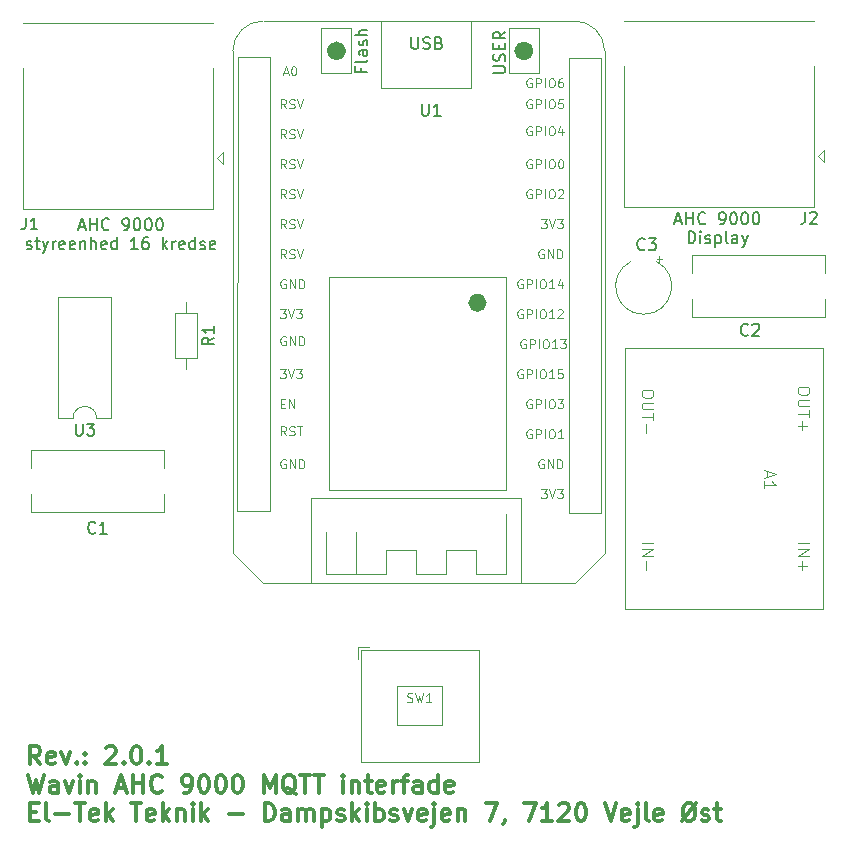
<source format=gbr>
%TF.GenerationSoftware,KiCad,Pcbnew,9.0.6*%
%TF.CreationDate,2025-12-01T16:28:18+01:00*%
%TF.ProjectId,Wavin-AHC-9000-mqtt,57617669-6e2d-4414-9843-2d393030302d,rev?*%
%TF.SameCoordinates,Original*%
%TF.FileFunction,Legend,Top*%
%TF.FilePolarity,Positive*%
%FSLAX46Y46*%
G04 Gerber Fmt 4.6, Leading zero omitted, Abs format (unit mm)*
G04 Created by KiCad (PCBNEW 9.0.6) date 2025-12-01 16:28:18*
%MOMM*%
%LPD*%
G01*
G04 APERTURE LIST*
%ADD10C,0.150000*%
%ADD11C,0.300000*%
%ADD12C,0.152400*%
%ADD13C,0.101600*%
%ADD14C,0.100000*%
%ADD15C,0.120000*%
%ADD16C,1.000000*%
%ADD17C,0.800000*%
G04 APERTURE END LIST*
D10*
X85202381Y-92974160D02*
X85678571Y-92974160D01*
X85107143Y-93259875D02*
X85440476Y-92259875D01*
X85440476Y-92259875D02*
X85773809Y-93259875D01*
X86107143Y-93259875D02*
X86107143Y-92259875D01*
X86107143Y-92736065D02*
X86678571Y-92736065D01*
X86678571Y-93259875D02*
X86678571Y-92259875D01*
X87726190Y-93164636D02*
X87678571Y-93212256D01*
X87678571Y-93212256D02*
X87535714Y-93259875D01*
X87535714Y-93259875D02*
X87440476Y-93259875D01*
X87440476Y-93259875D02*
X87297619Y-93212256D01*
X87297619Y-93212256D02*
X87202381Y-93117017D01*
X87202381Y-93117017D02*
X87154762Y-93021779D01*
X87154762Y-93021779D02*
X87107143Y-92831303D01*
X87107143Y-92831303D02*
X87107143Y-92688446D01*
X87107143Y-92688446D02*
X87154762Y-92497970D01*
X87154762Y-92497970D02*
X87202381Y-92402732D01*
X87202381Y-92402732D02*
X87297619Y-92307494D01*
X87297619Y-92307494D02*
X87440476Y-92259875D01*
X87440476Y-92259875D02*
X87535714Y-92259875D01*
X87535714Y-92259875D02*
X87678571Y-92307494D01*
X87678571Y-92307494D02*
X87726190Y-92355113D01*
X88964286Y-93259875D02*
X89154762Y-93259875D01*
X89154762Y-93259875D02*
X89250000Y-93212256D01*
X89250000Y-93212256D02*
X89297619Y-93164636D01*
X89297619Y-93164636D02*
X89392857Y-93021779D01*
X89392857Y-93021779D02*
X89440476Y-92831303D01*
X89440476Y-92831303D02*
X89440476Y-92450351D01*
X89440476Y-92450351D02*
X89392857Y-92355113D01*
X89392857Y-92355113D02*
X89345238Y-92307494D01*
X89345238Y-92307494D02*
X89250000Y-92259875D01*
X89250000Y-92259875D02*
X89059524Y-92259875D01*
X89059524Y-92259875D02*
X88964286Y-92307494D01*
X88964286Y-92307494D02*
X88916667Y-92355113D01*
X88916667Y-92355113D02*
X88869048Y-92450351D01*
X88869048Y-92450351D02*
X88869048Y-92688446D01*
X88869048Y-92688446D02*
X88916667Y-92783684D01*
X88916667Y-92783684D02*
X88964286Y-92831303D01*
X88964286Y-92831303D02*
X89059524Y-92878922D01*
X89059524Y-92878922D02*
X89250000Y-92878922D01*
X89250000Y-92878922D02*
X89345238Y-92831303D01*
X89345238Y-92831303D02*
X89392857Y-92783684D01*
X89392857Y-92783684D02*
X89440476Y-92688446D01*
X90059524Y-92259875D02*
X90154762Y-92259875D01*
X90154762Y-92259875D02*
X90250000Y-92307494D01*
X90250000Y-92307494D02*
X90297619Y-92355113D01*
X90297619Y-92355113D02*
X90345238Y-92450351D01*
X90345238Y-92450351D02*
X90392857Y-92640827D01*
X90392857Y-92640827D02*
X90392857Y-92878922D01*
X90392857Y-92878922D02*
X90345238Y-93069398D01*
X90345238Y-93069398D02*
X90297619Y-93164636D01*
X90297619Y-93164636D02*
X90250000Y-93212256D01*
X90250000Y-93212256D02*
X90154762Y-93259875D01*
X90154762Y-93259875D02*
X90059524Y-93259875D01*
X90059524Y-93259875D02*
X89964286Y-93212256D01*
X89964286Y-93212256D02*
X89916667Y-93164636D01*
X89916667Y-93164636D02*
X89869048Y-93069398D01*
X89869048Y-93069398D02*
X89821429Y-92878922D01*
X89821429Y-92878922D02*
X89821429Y-92640827D01*
X89821429Y-92640827D02*
X89869048Y-92450351D01*
X89869048Y-92450351D02*
X89916667Y-92355113D01*
X89916667Y-92355113D02*
X89964286Y-92307494D01*
X89964286Y-92307494D02*
X90059524Y-92259875D01*
X91011905Y-92259875D02*
X91107143Y-92259875D01*
X91107143Y-92259875D02*
X91202381Y-92307494D01*
X91202381Y-92307494D02*
X91250000Y-92355113D01*
X91250000Y-92355113D02*
X91297619Y-92450351D01*
X91297619Y-92450351D02*
X91345238Y-92640827D01*
X91345238Y-92640827D02*
X91345238Y-92878922D01*
X91345238Y-92878922D02*
X91297619Y-93069398D01*
X91297619Y-93069398D02*
X91250000Y-93164636D01*
X91250000Y-93164636D02*
X91202381Y-93212256D01*
X91202381Y-93212256D02*
X91107143Y-93259875D01*
X91107143Y-93259875D02*
X91011905Y-93259875D01*
X91011905Y-93259875D02*
X90916667Y-93212256D01*
X90916667Y-93212256D02*
X90869048Y-93164636D01*
X90869048Y-93164636D02*
X90821429Y-93069398D01*
X90821429Y-93069398D02*
X90773810Y-92878922D01*
X90773810Y-92878922D02*
X90773810Y-92640827D01*
X90773810Y-92640827D02*
X90821429Y-92450351D01*
X90821429Y-92450351D02*
X90869048Y-92355113D01*
X90869048Y-92355113D02*
X90916667Y-92307494D01*
X90916667Y-92307494D02*
X91011905Y-92259875D01*
X91964286Y-92259875D02*
X92059524Y-92259875D01*
X92059524Y-92259875D02*
X92154762Y-92307494D01*
X92154762Y-92307494D02*
X92202381Y-92355113D01*
X92202381Y-92355113D02*
X92250000Y-92450351D01*
X92250000Y-92450351D02*
X92297619Y-92640827D01*
X92297619Y-92640827D02*
X92297619Y-92878922D01*
X92297619Y-92878922D02*
X92250000Y-93069398D01*
X92250000Y-93069398D02*
X92202381Y-93164636D01*
X92202381Y-93164636D02*
X92154762Y-93212256D01*
X92154762Y-93212256D02*
X92059524Y-93259875D01*
X92059524Y-93259875D02*
X91964286Y-93259875D01*
X91964286Y-93259875D02*
X91869048Y-93212256D01*
X91869048Y-93212256D02*
X91821429Y-93164636D01*
X91821429Y-93164636D02*
X91773810Y-93069398D01*
X91773810Y-93069398D02*
X91726191Y-92878922D01*
X91726191Y-92878922D02*
X91726191Y-92640827D01*
X91726191Y-92640827D02*
X91773810Y-92450351D01*
X91773810Y-92450351D02*
X91821429Y-92355113D01*
X91821429Y-92355113D02*
X91869048Y-92307494D01*
X91869048Y-92307494D02*
X91964286Y-92259875D01*
X80773808Y-94822200D02*
X80869046Y-94869819D01*
X80869046Y-94869819D02*
X81059522Y-94869819D01*
X81059522Y-94869819D02*
X81154760Y-94822200D01*
X81154760Y-94822200D02*
X81202379Y-94726961D01*
X81202379Y-94726961D02*
X81202379Y-94679342D01*
X81202379Y-94679342D02*
X81154760Y-94584104D01*
X81154760Y-94584104D02*
X81059522Y-94536485D01*
X81059522Y-94536485D02*
X80916665Y-94536485D01*
X80916665Y-94536485D02*
X80821427Y-94488866D01*
X80821427Y-94488866D02*
X80773808Y-94393628D01*
X80773808Y-94393628D02*
X80773808Y-94346009D01*
X80773808Y-94346009D02*
X80821427Y-94250771D01*
X80821427Y-94250771D02*
X80916665Y-94203152D01*
X80916665Y-94203152D02*
X81059522Y-94203152D01*
X81059522Y-94203152D02*
X81154760Y-94250771D01*
X81488094Y-94203152D02*
X81869046Y-94203152D01*
X81630951Y-93869819D02*
X81630951Y-94726961D01*
X81630951Y-94726961D02*
X81678570Y-94822200D01*
X81678570Y-94822200D02*
X81773808Y-94869819D01*
X81773808Y-94869819D02*
X81869046Y-94869819D01*
X82107142Y-94203152D02*
X82345237Y-94869819D01*
X82583332Y-94203152D02*
X82345237Y-94869819D01*
X82345237Y-94869819D02*
X82249999Y-95107914D01*
X82249999Y-95107914D02*
X82202380Y-95155533D01*
X82202380Y-95155533D02*
X82107142Y-95203152D01*
X82964285Y-94869819D02*
X82964285Y-94203152D01*
X82964285Y-94393628D02*
X83011904Y-94298390D01*
X83011904Y-94298390D02*
X83059523Y-94250771D01*
X83059523Y-94250771D02*
X83154761Y-94203152D01*
X83154761Y-94203152D02*
X83249999Y-94203152D01*
X83964285Y-94822200D02*
X83869047Y-94869819D01*
X83869047Y-94869819D02*
X83678571Y-94869819D01*
X83678571Y-94869819D02*
X83583333Y-94822200D01*
X83583333Y-94822200D02*
X83535714Y-94726961D01*
X83535714Y-94726961D02*
X83535714Y-94346009D01*
X83535714Y-94346009D02*
X83583333Y-94250771D01*
X83583333Y-94250771D02*
X83678571Y-94203152D01*
X83678571Y-94203152D02*
X83869047Y-94203152D01*
X83869047Y-94203152D02*
X83964285Y-94250771D01*
X83964285Y-94250771D02*
X84011904Y-94346009D01*
X84011904Y-94346009D02*
X84011904Y-94441247D01*
X84011904Y-94441247D02*
X83535714Y-94536485D01*
X84821428Y-94822200D02*
X84726190Y-94869819D01*
X84726190Y-94869819D02*
X84535714Y-94869819D01*
X84535714Y-94869819D02*
X84440476Y-94822200D01*
X84440476Y-94822200D02*
X84392857Y-94726961D01*
X84392857Y-94726961D02*
X84392857Y-94346009D01*
X84392857Y-94346009D02*
X84440476Y-94250771D01*
X84440476Y-94250771D02*
X84535714Y-94203152D01*
X84535714Y-94203152D02*
X84726190Y-94203152D01*
X84726190Y-94203152D02*
X84821428Y-94250771D01*
X84821428Y-94250771D02*
X84869047Y-94346009D01*
X84869047Y-94346009D02*
X84869047Y-94441247D01*
X84869047Y-94441247D02*
X84392857Y-94536485D01*
X85297619Y-94203152D02*
X85297619Y-94869819D01*
X85297619Y-94298390D02*
X85345238Y-94250771D01*
X85345238Y-94250771D02*
X85440476Y-94203152D01*
X85440476Y-94203152D02*
X85583333Y-94203152D01*
X85583333Y-94203152D02*
X85678571Y-94250771D01*
X85678571Y-94250771D02*
X85726190Y-94346009D01*
X85726190Y-94346009D02*
X85726190Y-94869819D01*
X86202381Y-94869819D02*
X86202381Y-93869819D01*
X86630952Y-94869819D02*
X86630952Y-94346009D01*
X86630952Y-94346009D02*
X86583333Y-94250771D01*
X86583333Y-94250771D02*
X86488095Y-94203152D01*
X86488095Y-94203152D02*
X86345238Y-94203152D01*
X86345238Y-94203152D02*
X86250000Y-94250771D01*
X86250000Y-94250771D02*
X86202381Y-94298390D01*
X87488095Y-94822200D02*
X87392857Y-94869819D01*
X87392857Y-94869819D02*
X87202381Y-94869819D01*
X87202381Y-94869819D02*
X87107143Y-94822200D01*
X87107143Y-94822200D02*
X87059524Y-94726961D01*
X87059524Y-94726961D02*
X87059524Y-94346009D01*
X87059524Y-94346009D02*
X87107143Y-94250771D01*
X87107143Y-94250771D02*
X87202381Y-94203152D01*
X87202381Y-94203152D02*
X87392857Y-94203152D01*
X87392857Y-94203152D02*
X87488095Y-94250771D01*
X87488095Y-94250771D02*
X87535714Y-94346009D01*
X87535714Y-94346009D02*
X87535714Y-94441247D01*
X87535714Y-94441247D02*
X87059524Y-94536485D01*
X88392857Y-94869819D02*
X88392857Y-93869819D01*
X88392857Y-94822200D02*
X88297619Y-94869819D01*
X88297619Y-94869819D02*
X88107143Y-94869819D01*
X88107143Y-94869819D02*
X88011905Y-94822200D01*
X88011905Y-94822200D02*
X87964286Y-94774580D01*
X87964286Y-94774580D02*
X87916667Y-94679342D01*
X87916667Y-94679342D02*
X87916667Y-94393628D01*
X87916667Y-94393628D02*
X87964286Y-94298390D01*
X87964286Y-94298390D02*
X88011905Y-94250771D01*
X88011905Y-94250771D02*
X88107143Y-94203152D01*
X88107143Y-94203152D02*
X88297619Y-94203152D01*
X88297619Y-94203152D02*
X88392857Y-94250771D01*
X90154762Y-94869819D02*
X89583334Y-94869819D01*
X89869048Y-94869819D02*
X89869048Y-93869819D01*
X89869048Y-93869819D02*
X89773810Y-94012676D01*
X89773810Y-94012676D02*
X89678572Y-94107914D01*
X89678572Y-94107914D02*
X89583334Y-94155533D01*
X91011905Y-93869819D02*
X90821429Y-93869819D01*
X90821429Y-93869819D02*
X90726191Y-93917438D01*
X90726191Y-93917438D02*
X90678572Y-93965057D01*
X90678572Y-93965057D02*
X90583334Y-94107914D01*
X90583334Y-94107914D02*
X90535715Y-94298390D01*
X90535715Y-94298390D02*
X90535715Y-94679342D01*
X90535715Y-94679342D02*
X90583334Y-94774580D01*
X90583334Y-94774580D02*
X90630953Y-94822200D01*
X90630953Y-94822200D02*
X90726191Y-94869819D01*
X90726191Y-94869819D02*
X90916667Y-94869819D01*
X90916667Y-94869819D02*
X91011905Y-94822200D01*
X91011905Y-94822200D02*
X91059524Y-94774580D01*
X91059524Y-94774580D02*
X91107143Y-94679342D01*
X91107143Y-94679342D02*
X91107143Y-94441247D01*
X91107143Y-94441247D02*
X91059524Y-94346009D01*
X91059524Y-94346009D02*
X91011905Y-94298390D01*
X91011905Y-94298390D02*
X90916667Y-94250771D01*
X90916667Y-94250771D02*
X90726191Y-94250771D01*
X90726191Y-94250771D02*
X90630953Y-94298390D01*
X90630953Y-94298390D02*
X90583334Y-94346009D01*
X90583334Y-94346009D02*
X90535715Y-94441247D01*
X92297620Y-94869819D02*
X92297620Y-93869819D01*
X92392858Y-94488866D02*
X92678572Y-94869819D01*
X92678572Y-94203152D02*
X92297620Y-94584104D01*
X93107144Y-94869819D02*
X93107144Y-94203152D01*
X93107144Y-94393628D02*
X93154763Y-94298390D01*
X93154763Y-94298390D02*
X93202382Y-94250771D01*
X93202382Y-94250771D02*
X93297620Y-94203152D01*
X93297620Y-94203152D02*
X93392858Y-94203152D01*
X94107144Y-94822200D02*
X94011906Y-94869819D01*
X94011906Y-94869819D02*
X93821430Y-94869819D01*
X93821430Y-94869819D02*
X93726192Y-94822200D01*
X93726192Y-94822200D02*
X93678573Y-94726961D01*
X93678573Y-94726961D02*
X93678573Y-94346009D01*
X93678573Y-94346009D02*
X93726192Y-94250771D01*
X93726192Y-94250771D02*
X93821430Y-94203152D01*
X93821430Y-94203152D02*
X94011906Y-94203152D01*
X94011906Y-94203152D02*
X94107144Y-94250771D01*
X94107144Y-94250771D02*
X94154763Y-94346009D01*
X94154763Y-94346009D02*
X94154763Y-94441247D01*
X94154763Y-94441247D02*
X93678573Y-94536485D01*
X95011906Y-94869819D02*
X95011906Y-93869819D01*
X95011906Y-94822200D02*
X94916668Y-94869819D01*
X94916668Y-94869819D02*
X94726192Y-94869819D01*
X94726192Y-94869819D02*
X94630954Y-94822200D01*
X94630954Y-94822200D02*
X94583335Y-94774580D01*
X94583335Y-94774580D02*
X94535716Y-94679342D01*
X94535716Y-94679342D02*
X94535716Y-94393628D01*
X94535716Y-94393628D02*
X94583335Y-94298390D01*
X94583335Y-94298390D02*
X94630954Y-94250771D01*
X94630954Y-94250771D02*
X94726192Y-94203152D01*
X94726192Y-94203152D02*
X94916668Y-94203152D01*
X94916668Y-94203152D02*
X95011906Y-94250771D01*
X95440478Y-94822200D02*
X95535716Y-94869819D01*
X95535716Y-94869819D02*
X95726192Y-94869819D01*
X95726192Y-94869819D02*
X95821430Y-94822200D01*
X95821430Y-94822200D02*
X95869049Y-94726961D01*
X95869049Y-94726961D02*
X95869049Y-94679342D01*
X95869049Y-94679342D02*
X95821430Y-94584104D01*
X95821430Y-94584104D02*
X95726192Y-94536485D01*
X95726192Y-94536485D02*
X95583335Y-94536485D01*
X95583335Y-94536485D02*
X95488097Y-94488866D01*
X95488097Y-94488866D02*
X95440478Y-94393628D01*
X95440478Y-94393628D02*
X95440478Y-94346009D01*
X95440478Y-94346009D02*
X95488097Y-94250771D01*
X95488097Y-94250771D02*
X95583335Y-94203152D01*
X95583335Y-94203152D02*
X95726192Y-94203152D01*
X95726192Y-94203152D02*
X95821430Y-94250771D01*
X96678573Y-94822200D02*
X96583335Y-94869819D01*
X96583335Y-94869819D02*
X96392859Y-94869819D01*
X96392859Y-94869819D02*
X96297621Y-94822200D01*
X96297621Y-94822200D02*
X96250002Y-94726961D01*
X96250002Y-94726961D02*
X96250002Y-94346009D01*
X96250002Y-94346009D02*
X96297621Y-94250771D01*
X96297621Y-94250771D02*
X96392859Y-94203152D01*
X96392859Y-94203152D02*
X96583335Y-94203152D01*
X96583335Y-94203152D02*
X96678573Y-94250771D01*
X96678573Y-94250771D02*
X96726192Y-94346009D01*
X96726192Y-94346009D02*
X96726192Y-94441247D01*
X96726192Y-94441247D02*
X96250002Y-94536485D01*
X135702381Y-92474160D02*
X136178571Y-92474160D01*
X135607143Y-92759875D02*
X135940476Y-91759875D01*
X135940476Y-91759875D02*
X136273809Y-92759875D01*
X136607143Y-92759875D02*
X136607143Y-91759875D01*
X136607143Y-92236065D02*
X137178571Y-92236065D01*
X137178571Y-92759875D02*
X137178571Y-91759875D01*
X138226190Y-92664636D02*
X138178571Y-92712256D01*
X138178571Y-92712256D02*
X138035714Y-92759875D01*
X138035714Y-92759875D02*
X137940476Y-92759875D01*
X137940476Y-92759875D02*
X137797619Y-92712256D01*
X137797619Y-92712256D02*
X137702381Y-92617017D01*
X137702381Y-92617017D02*
X137654762Y-92521779D01*
X137654762Y-92521779D02*
X137607143Y-92331303D01*
X137607143Y-92331303D02*
X137607143Y-92188446D01*
X137607143Y-92188446D02*
X137654762Y-91997970D01*
X137654762Y-91997970D02*
X137702381Y-91902732D01*
X137702381Y-91902732D02*
X137797619Y-91807494D01*
X137797619Y-91807494D02*
X137940476Y-91759875D01*
X137940476Y-91759875D02*
X138035714Y-91759875D01*
X138035714Y-91759875D02*
X138178571Y-91807494D01*
X138178571Y-91807494D02*
X138226190Y-91855113D01*
X139464286Y-92759875D02*
X139654762Y-92759875D01*
X139654762Y-92759875D02*
X139750000Y-92712256D01*
X139750000Y-92712256D02*
X139797619Y-92664636D01*
X139797619Y-92664636D02*
X139892857Y-92521779D01*
X139892857Y-92521779D02*
X139940476Y-92331303D01*
X139940476Y-92331303D02*
X139940476Y-91950351D01*
X139940476Y-91950351D02*
X139892857Y-91855113D01*
X139892857Y-91855113D02*
X139845238Y-91807494D01*
X139845238Y-91807494D02*
X139750000Y-91759875D01*
X139750000Y-91759875D02*
X139559524Y-91759875D01*
X139559524Y-91759875D02*
X139464286Y-91807494D01*
X139464286Y-91807494D02*
X139416667Y-91855113D01*
X139416667Y-91855113D02*
X139369048Y-91950351D01*
X139369048Y-91950351D02*
X139369048Y-92188446D01*
X139369048Y-92188446D02*
X139416667Y-92283684D01*
X139416667Y-92283684D02*
X139464286Y-92331303D01*
X139464286Y-92331303D02*
X139559524Y-92378922D01*
X139559524Y-92378922D02*
X139750000Y-92378922D01*
X139750000Y-92378922D02*
X139845238Y-92331303D01*
X139845238Y-92331303D02*
X139892857Y-92283684D01*
X139892857Y-92283684D02*
X139940476Y-92188446D01*
X140559524Y-91759875D02*
X140654762Y-91759875D01*
X140654762Y-91759875D02*
X140750000Y-91807494D01*
X140750000Y-91807494D02*
X140797619Y-91855113D01*
X140797619Y-91855113D02*
X140845238Y-91950351D01*
X140845238Y-91950351D02*
X140892857Y-92140827D01*
X140892857Y-92140827D02*
X140892857Y-92378922D01*
X140892857Y-92378922D02*
X140845238Y-92569398D01*
X140845238Y-92569398D02*
X140797619Y-92664636D01*
X140797619Y-92664636D02*
X140750000Y-92712256D01*
X140750000Y-92712256D02*
X140654762Y-92759875D01*
X140654762Y-92759875D02*
X140559524Y-92759875D01*
X140559524Y-92759875D02*
X140464286Y-92712256D01*
X140464286Y-92712256D02*
X140416667Y-92664636D01*
X140416667Y-92664636D02*
X140369048Y-92569398D01*
X140369048Y-92569398D02*
X140321429Y-92378922D01*
X140321429Y-92378922D02*
X140321429Y-92140827D01*
X140321429Y-92140827D02*
X140369048Y-91950351D01*
X140369048Y-91950351D02*
X140416667Y-91855113D01*
X140416667Y-91855113D02*
X140464286Y-91807494D01*
X140464286Y-91807494D02*
X140559524Y-91759875D01*
X141511905Y-91759875D02*
X141607143Y-91759875D01*
X141607143Y-91759875D02*
X141702381Y-91807494D01*
X141702381Y-91807494D02*
X141750000Y-91855113D01*
X141750000Y-91855113D02*
X141797619Y-91950351D01*
X141797619Y-91950351D02*
X141845238Y-92140827D01*
X141845238Y-92140827D02*
X141845238Y-92378922D01*
X141845238Y-92378922D02*
X141797619Y-92569398D01*
X141797619Y-92569398D02*
X141750000Y-92664636D01*
X141750000Y-92664636D02*
X141702381Y-92712256D01*
X141702381Y-92712256D02*
X141607143Y-92759875D01*
X141607143Y-92759875D02*
X141511905Y-92759875D01*
X141511905Y-92759875D02*
X141416667Y-92712256D01*
X141416667Y-92712256D02*
X141369048Y-92664636D01*
X141369048Y-92664636D02*
X141321429Y-92569398D01*
X141321429Y-92569398D02*
X141273810Y-92378922D01*
X141273810Y-92378922D02*
X141273810Y-92140827D01*
X141273810Y-92140827D02*
X141321429Y-91950351D01*
X141321429Y-91950351D02*
X141369048Y-91855113D01*
X141369048Y-91855113D02*
X141416667Y-91807494D01*
X141416667Y-91807494D02*
X141511905Y-91759875D01*
X142464286Y-91759875D02*
X142559524Y-91759875D01*
X142559524Y-91759875D02*
X142654762Y-91807494D01*
X142654762Y-91807494D02*
X142702381Y-91855113D01*
X142702381Y-91855113D02*
X142750000Y-91950351D01*
X142750000Y-91950351D02*
X142797619Y-92140827D01*
X142797619Y-92140827D02*
X142797619Y-92378922D01*
X142797619Y-92378922D02*
X142750000Y-92569398D01*
X142750000Y-92569398D02*
X142702381Y-92664636D01*
X142702381Y-92664636D02*
X142654762Y-92712256D01*
X142654762Y-92712256D02*
X142559524Y-92759875D01*
X142559524Y-92759875D02*
X142464286Y-92759875D01*
X142464286Y-92759875D02*
X142369048Y-92712256D01*
X142369048Y-92712256D02*
X142321429Y-92664636D01*
X142321429Y-92664636D02*
X142273810Y-92569398D01*
X142273810Y-92569398D02*
X142226191Y-92378922D01*
X142226191Y-92378922D02*
X142226191Y-92140827D01*
X142226191Y-92140827D02*
X142273810Y-91950351D01*
X142273810Y-91950351D02*
X142321429Y-91855113D01*
X142321429Y-91855113D02*
X142369048Y-91807494D01*
X142369048Y-91807494D02*
X142464286Y-91759875D01*
X136797619Y-94369819D02*
X136797619Y-93369819D01*
X136797619Y-93369819D02*
X137035714Y-93369819D01*
X137035714Y-93369819D02*
X137178571Y-93417438D01*
X137178571Y-93417438D02*
X137273809Y-93512676D01*
X137273809Y-93512676D02*
X137321428Y-93607914D01*
X137321428Y-93607914D02*
X137369047Y-93798390D01*
X137369047Y-93798390D02*
X137369047Y-93941247D01*
X137369047Y-93941247D02*
X137321428Y-94131723D01*
X137321428Y-94131723D02*
X137273809Y-94226961D01*
X137273809Y-94226961D02*
X137178571Y-94322200D01*
X137178571Y-94322200D02*
X137035714Y-94369819D01*
X137035714Y-94369819D02*
X136797619Y-94369819D01*
X137797619Y-94369819D02*
X137797619Y-93703152D01*
X137797619Y-93369819D02*
X137750000Y-93417438D01*
X137750000Y-93417438D02*
X137797619Y-93465057D01*
X137797619Y-93465057D02*
X137845238Y-93417438D01*
X137845238Y-93417438D02*
X137797619Y-93369819D01*
X137797619Y-93369819D02*
X137797619Y-93465057D01*
X138226190Y-94322200D02*
X138321428Y-94369819D01*
X138321428Y-94369819D02*
X138511904Y-94369819D01*
X138511904Y-94369819D02*
X138607142Y-94322200D01*
X138607142Y-94322200D02*
X138654761Y-94226961D01*
X138654761Y-94226961D02*
X138654761Y-94179342D01*
X138654761Y-94179342D02*
X138607142Y-94084104D01*
X138607142Y-94084104D02*
X138511904Y-94036485D01*
X138511904Y-94036485D02*
X138369047Y-94036485D01*
X138369047Y-94036485D02*
X138273809Y-93988866D01*
X138273809Y-93988866D02*
X138226190Y-93893628D01*
X138226190Y-93893628D02*
X138226190Y-93846009D01*
X138226190Y-93846009D02*
X138273809Y-93750771D01*
X138273809Y-93750771D02*
X138369047Y-93703152D01*
X138369047Y-93703152D02*
X138511904Y-93703152D01*
X138511904Y-93703152D02*
X138607142Y-93750771D01*
X139083333Y-93703152D02*
X139083333Y-94703152D01*
X139083333Y-93750771D02*
X139178571Y-93703152D01*
X139178571Y-93703152D02*
X139369047Y-93703152D01*
X139369047Y-93703152D02*
X139464285Y-93750771D01*
X139464285Y-93750771D02*
X139511904Y-93798390D01*
X139511904Y-93798390D02*
X139559523Y-93893628D01*
X139559523Y-93893628D02*
X139559523Y-94179342D01*
X139559523Y-94179342D02*
X139511904Y-94274580D01*
X139511904Y-94274580D02*
X139464285Y-94322200D01*
X139464285Y-94322200D02*
X139369047Y-94369819D01*
X139369047Y-94369819D02*
X139178571Y-94369819D01*
X139178571Y-94369819D02*
X139083333Y-94322200D01*
X140130952Y-94369819D02*
X140035714Y-94322200D01*
X140035714Y-94322200D02*
X139988095Y-94226961D01*
X139988095Y-94226961D02*
X139988095Y-93369819D01*
X140940476Y-94369819D02*
X140940476Y-93846009D01*
X140940476Y-93846009D02*
X140892857Y-93750771D01*
X140892857Y-93750771D02*
X140797619Y-93703152D01*
X140797619Y-93703152D02*
X140607143Y-93703152D01*
X140607143Y-93703152D02*
X140511905Y-93750771D01*
X140940476Y-94322200D02*
X140845238Y-94369819D01*
X140845238Y-94369819D02*
X140607143Y-94369819D01*
X140607143Y-94369819D02*
X140511905Y-94322200D01*
X140511905Y-94322200D02*
X140464286Y-94226961D01*
X140464286Y-94226961D02*
X140464286Y-94131723D01*
X140464286Y-94131723D02*
X140511905Y-94036485D01*
X140511905Y-94036485D02*
X140607143Y-93988866D01*
X140607143Y-93988866D02*
X140845238Y-93988866D01*
X140845238Y-93988866D02*
X140940476Y-93941247D01*
X141321429Y-93703152D02*
X141559524Y-94369819D01*
X141797619Y-93703152D02*
X141559524Y-94369819D01*
X141559524Y-94369819D02*
X141464286Y-94607914D01*
X141464286Y-94607914D02*
X141416667Y-94655533D01*
X141416667Y-94655533D02*
X141321429Y-94703152D01*
D11*
X81911653Y-138470996D02*
X81411653Y-137756710D01*
X81054510Y-138470996D02*
X81054510Y-136970996D01*
X81054510Y-136970996D02*
X81625939Y-136970996D01*
X81625939Y-136970996D02*
X81768796Y-137042425D01*
X81768796Y-137042425D02*
X81840225Y-137113853D01*
X81840225Y-137113853D02*
X81911653Y-137256710D01*
X81911653Y-137256710D02*
X81911653Y-137470996D01*
X81911653Y-137470996D02*
X81840225Y-137613853D01*
X81840225Y-137613853D02*
X81768796Y-137685282D01*
X81768796Y-137685282D02*
X81625939Y-137756710D01*
X81625939Y-137756710D02*
X81054510Y-137756710D01*
X83125939Y-138399568D02*
X82983082Y-138470996D01*
X82983082Y-138470996D02*
X82697368Y-138470996D01*
X82697368Y-138470996D02*
X82554510Y-138399568D01*
X82554510Y-138399568D02*
X82483082Y-138256710D01*
X82483082Y-138256710D02*
X82483082Y-137685282D01*
X82483082Y-137685282D02*
X82554510Y-137542425D01*
X82554510Y-137542425D02*
X82697368Y-137470996D01*
X82697368Y-137470996D02*
X82983082Y-137470996D01*
X82983082Y-137470996D02*
X83125939Y-137542425D01*
X83125939Y-137542425D02*
X83197368Y-137685282D01*
X83197368Y-137685282D02*
X83197368Y-137828139D01*
X83197368Y-137828139D02*
X82483082Y-137970996D01*
X83697367Y-137470996D02*
X84054510Y-138470996D01*
X84054510Y-138470996D02*
X84411653Y-137470996D01*
X84983081Y-138328139D02*
X85054510Y-138399568D01*
X85054510Y-138399568D02*
X84983081Y-138470996D01*
X84983081Y-138470996D02*
X84911653Y-138399568D01*
X84911653Y-138399568D02*
X84983081Y-138328139D01*
X84983081Y-138328139D02*
X84983081Y-138470996D01*
X85697367Y-138328139D02*
X85768796Y-138399568D01*
X85768796Y-138399568D02*
X85697367Y-138470996D01*
X85697367Y-138470996D02*
X85625939Y-138399568D01*
X85625939Y-138399568D02*
X85697367Y-138328139D01*
X85697367Y-138328139D02*
X85697367Y-138470996D01*
X85697367Y-137542425D02*
X85768796Y-137613853D01*
X85768796Y-137613853D02*
X85697367Y-137685282D01*
X85697367Y-137685282D02*
X85625939Y-137613853D01*
X85625939Y-137613853D02*
X85697367Y-137542425D01*
X85697367Y-137542425D02*
X85697367Y-137685282D01*
X87483082Y-137113853D02*
X87554510Y-137042425D01*
X87554510Y-137042425D02*
X87697368Y-136970996D01*
X87697368Y-136970996D02*
X88054510Y-136970996D01*
X88054510Y-136970996D02*
X88197368Y-137042425D01*
X88197368Y-137042425D02*
X88268796Y-137113853D01*
X88268796Y-137113853D02*
X88340225Y-137256710D01*
X88340225Y-137256710D02*
X88340225Y-137399568D01*
X88340225Y-137399568D02*
X88268796Y-137613853D01*
X88268796Y-137613853D02*
X87411653Y-138470996D01*
X87411653Y-138470996D02*
X88340225Y-138470996D01*
X88983081Y-138328139D02*
X89054510Y-138399568D01*
X89054510Y-138399568D02*
X88983081Y-138470996D01*
X88983081Y-138470996D02*
X88911653Y-138399568D01*
X88911653Y-138399568D02*
X88983081Y-138328139D01*
X88983081Y-138328139D02*
X88983081Y-138470996D01*
X89983082Y-136970996D02*
X90125939Y-136970996D01*
X90125939Y-136970996D02*
X90268796Y-137042425D01*
X90268796Y-137042425D02*
X90340225Y-137113853D01*
X90340225Y-137113853D02*
X90411653Y-137256710D01*
X90411653Y-137256710D02*
X90483082Y-137542425D01*
X90483082Y-137542425D02*
X90483082Y-137899568D01*
X90483082Y-137899568D02*
X90411653Y-138185282D01*
X90411653Y-138185282D02*
X90340225Y-138328139D01*
X90340225Y-138328139D02*
X90268796Y-138399568D01*
X90268796Y-138399568D02*
X90125939Y-138470996D01*
X90125939Y-138470996D02*
X89983082Y-138470996D01*
X89983082Y-138470996D02*
X89840225Y-138399568D01*
X89840225Y-138399568D02*
X89768796Y-138328139D01*
X89768796Y-138328139D02*
X89697367Y-138185282D01*
X89697367Y-138185282D02*
X89625939Y-137899568D01*
X89625939Y-137899568D02*
X89625939Y-137542425D01*
X89625939Y-137542425D02*
X89697367Y-137256710D01*
X89697367Y-137256710D02*
X89768796Y-137113853D01*
X89768796Y-137113853D02*
X89840225Y-137042425D01*
X89840225Y-137042425D02*
X89983082Y-136970996D01*
X91125938Y-138328139D02*
X91197367Y-138399568D01*
X91197367Y-138399568D02*
X91125938Y-138470996D01*
X91125938Y-138470996D02*
X91054510Y-138399568D01*
X91054510Y-138399568D02*
X91125938Y-138328139D01*
X91125938Y-138328139D02*
X91125938Y-138470996D01*
X92625939Y-138470996D02*
X91768796Y-138470996D01*
X92197367Y-138470996D02*
X92197367Y-136970996D01*
X92197367Y-136970996D02*
X92054510Y-137185282D01*
X92054510Y-137185282D02*
X91911653Y-137328139D01*
X91911653Y-137328139D02*
X91768796Y-137399568D01*
X80911653Y-139385912D02*
X81268796Y-140885912D01*
X81268796Y-140885912D02*
X81554510Y-139814484D01*
X81554510Y-139814484D02*
X81840225Y-140885912D01*
X81840225Y-140885912D02*
X82197368Y-139385912D01*
X83411654Y-140885912D02*
X83411654Y-140100198D01*
X83411654Y-140100198D02*
X83340225Y-139957341D01*
X83340225Y-139957341D02*
X83197368Y-139885912D01*
X83197368Y-139885912D02*
X82911654Y-139885912D01*
X82911654Y-139885912D02*
X82768796Y-139957341D01*
X83411654Y-140814484D02*
X83268796Y-140885912D01*
X83268796Y-140885912D02*
X82911654Y-140885912D01*
X82911654Y-140885912D02*
X82768796Y-140814484D01*
X82768796Y-140814484D02*
X82697368Y-140671626D01*
X82697368Y-140671626D02*
X82697368Y-140528769D01*
X82697368Y-140528769D02*
X82768796Y-140385912D01*
X82768796Y-140385912D02*
X82911654Y-140314484D01*
X82911654Y-140314484D02*
X83268796Y-140314484D01*
X83268796Y-140314484D02*
X83411654Y-140243055D01*
X83983082Y-139885912D02*
X84340225Y-140885912D01*
X84340225Y-140885912D02*
X84697368Y-139885912D01*
X85268796Y-140885912D02*
X85268796Y-139885912D01*
X85268796Y-139385912D02*
X85197368Y-139457341D01*
X85197368Y-139457341D02*
X85268796Y-139528769D01*
X85268796Y-139528769D02*
X85340225Y-139457341D01*
X85340225Y-139457341D02*
X85268796Y-139385912D01*
X85268796Y-139385912D02*
X85268796Y-139528769D01*
X85983082Y-139885912D02*
X85983082Y-140885912D01*
X85983082Y-140028769D02*
X86054511Y-139957341D01*
X86054511Y-139957341D02*
X86197368Y-139885912D01*
X86197368Y-139885912D02*
X86411654Y-139885912D01*
X86411654Y-139885912D02*
X86554511Y-139957341D01*
X86554511Y-139957341D02*
X86625940Y-140100198D01*
X86625940Y-140100198D02*
X86625940Y-140885912D01*
X88411654Y-140457341D02*
X89125940Y-140457341D01*
X88268797Y-140885912D02*
X88768797Y-139385912D01*
X88768797Y-139385912D02*
X89268797Y-140885912D01*
X89768796Y-140885912D02*
X89768796Y-139385912D01*
X89768796Y-140100198D02*
X90625939Y-140100198D01*
X90625939Y-140885912D02*
X90625939Y-139385912D01*
X92197368Y-140743055D02*
X92125940Y-140814484D01*
X92125940Y-140814484D02*
X91911654Y-140885912D01*
X91911654Y-140885912D02*
X91768797Y-140885912D01*
X91768797Y-140885912D02*
X91554511Y-140814484D01*
X91554511Y-140814484D02*
X91411654Y-140671626D01*
X91411654Y-140671626D02*
X91340225Y-140528769D01*
X91340225Y-140528769D02*
X91268797Y-140243055D01*
X91268797Y-140243055D02*
X91268797Y-140028769D01*
X91268797Y-140028769D02*
X91340225Y-139743055D01*
X91340225Y-139743055D02*
X91411654Y-139600198D01*
X91411654Y-139600198D02*
X91554511Y-139457341D01*
X91554511Y-139457341D02*
X91768797Y-139385912D01*
X91768797Y-139385912D02*
X91911654Y-139385912D01*
X91911654Y-139385912D02*
X92125940Y-139457341D01*
X92125940Y-139457341D02*
X92197368Y-139528769D01*
X94054511Y-140885912D02*
X94340225Y-140885912D01*
X94340225Y-140885912D02*
X94483082Y-140814484D01*
X94483082Y-140814484D02*
X94554511Y-140743055D01*
X94554511Y-140743055D02*
X94697368Y-140528769D01*
X94697368Y-140528769D02*
X94768797Y-140243055D01*
X94768797Y-140243055D02*
X94768797Y-139671626D01*
X94768797Y-139671626D02*
X94697368Y-139528769D01*
X94697368Y-139528769D02*
X94625940Y-139457341D01*
X94625940Y-139457341D02*
X94483082Y-139385912D01*
X94483082Y-139385912D02*
X94197368Y-139385912D01*
X94197368Y-139385912D02*
X94054511Y-139457341D01*
X94054511Y-139457341D02*
X93983082Y-139528769D01*
X93983082Y-139528769D02*
X93911654Y-139671626D01*
X93911654Y-139671626D02*
X93911654Y-140028769D01*
X93911654Y-140028769D02*
X93983082Y-140171626D01*
X93983082Y-140171626D02*
X94054511Y-140243055D01*
X94054511Y-140243055D02*
X94197368Y-140314484D01*
X94197368Y-140314484D02*
X94483082Y-140314484D01*
X94483082Y-140314484D02*
X94625940Y-140243055D01*
X94625940Y-140243055D02*
X94697368Y-140171626D01*
X94697368Y-140171626D02*
X94768797Y-140028769D01*
X95697368Y-139385912D02*
X95840225Y-139385912D01*
X95840225Y-139385912D02*
X95983082Y-139457341D01*
X95983082Y-139457341D02*
X96054511Y-139528769D01*
X96054511Y-139528769D02*
X96125939Y-139671626D01*
X96125939Y-139671626D02*
X96197368Y-139957341D01*
X96197368Y-139957341D02*
X96197368Y-140314484D01*
X96197368Y-140314484D02*
X96125939Y-140600198D01*
X96125939Y-140600198D02*
X96054511Y-140743055D01*
X96054511Y-140743055D02*
X95983082Y-140814484D01*
X95983082Y-140814484D02*
X95840225Y-140885912D01*
X95840225Y-140885912D02*
X95697368Y-140885912D01*
X95697368Y-140885912D02*
X95554511Y-140814484D01*
X95554511Y-140814484D02*
X95483082Y-140743055D01*
X95483082Y-140743055D02*
X95411653Y-140600198D01*
X95411653Y-140600198D02*
X95340225Y-140314484D01*
X95340225Y-140314484D02*
X95340225Y-139957341D01*
X95340225Y-139957341D02*
X95411653Y-139671626D01*
X95411653Y-139671626D02*
X95483082Y-139528769D01*
X95483082Y-139528769D02*
X95554511Y-139457341D01*
X95554511Y-139457341D02*
X95697368Y-139385912D01*
X97125939Y-139385912D02*
X97268796Y-139385912D01*
X97268796Y-139385912D02*
X97411653Y-139457341D01*
X97411653Y-139457341D02*
X97483082Y-139528769D01*
X97483082Y-139528769D02*
X97554510Y-139671626D01*
X97554510Y-139671626D02*
X97625939Y-139957341D01*
X97625939Y-139957341D02*
X97625939Y-140314484D01*
X97625939Y-140314484D02*
X97554510Y-140600198D01*
X97554510Y-140600198D02*
X97483082Y-140743055D01*
X97483082Y-140743055D02*
X97411653Y-140814484D01*
X97411653Y-140814484D02*
X97268796Y-140885912D01*
X97268796Y-140885912D02*
X97125939Y-140885912D01*
X97125939Y-140885912D02*
X96983082Y-140814484D01*
X96983082Y-140814484D02*
X96911653Y-140743055D01*
X96911653Y-140743055D02*
X96840224Y-140600198D01*
X96840224Y-140600198D02*
X96768796Y-140314484D01*
X96768796Y-140314484D02*
X96768796Y-139957341D01*
X96768796Y-139957341D02*
X96840224Y-139671626D01*
X96840224Y-139671626D02*
X96911653Y-139528769D01*
X96911653Y-139528769D02*
X96983082Y-139457341D01*
X96983082Y-139457341D02*
X97125939Y-139385912D01*
X98554510Y-139385912D02*
X98697367Y-139385912D01*
X98697367Y-139385912D02*
X98840224Y-139457341D01*
X98840224Y-139457341D02*
X98911653Y-139528769D01*
X98911653Y-139528769D02*
X98983081Y-139671626D01*
X98983081Y-139671626D02*
X99054510Y-139957341D01*
X99054510Y-139957341D02*
X99054510Y-140314484D01*
X99054510Y-140314484D02*
X98983081Y-140600198D01*
X98983081Y-140600198D02*
X98911653Y-140743055D01*
X98911653Y-140743055D02*
X98840224Y-140814484D01*
X98840224Y-140814484D02*
X98697367Y-140885912D01*
X98697367Y-140885912D02*
X98554510Y-140885912D01*
X98554510Y-140885912D02*
X98411653Y-140814484D01*
X98411653Y-140814484D02*
X98340224Y-140743055D01*
X98340224Y-140743055D02*
X98268795Y-140600198D01*
X98268795Y-140600198D02*
X98197367Y-140314484D01*
X98197367Y-140314484D02*
X98197367Y-139957341D01*
X98197367Y-139957341D02*
X98268795Y-139671626D01*
X98268795Y-139671626D02*
X98340224Y-139528769D01*
X98340224Y-139528769D02*
X98411653Y-139457341D01*
X98411653Y-139457341D02*
X98554510Y-139385912D01*
X100840223Y-140885912D02*
X100840223Y-139385912D01*
X100840223Y-139385912D02*
X101340223Y-140457341D01*
X101340223Y-140457341D02*
X101840223Y-139385912D01*
X101840223Y-139385912D02*
X101840223Y-140885912D01*
X103554509Y-141028769D02*
X103411652Y-140957341D01*
X103411652Y-140957341D02*
X103268795Y-140814484D01*
X103268795Y-140814484D02*
X103054509Y-140600198D01*
X103054509Y-140600198D02*
X102911652Y-140528769D01*
X102911652Y-140528769D02*
X102768795Y-140528769D01*
X102840224Y-140885912D02*
X102697367Y-140814484D01*
X102697367Y-140814484D02*
X102554509Y-140671626D01*
X102554509Y-140671626D02*
X102483081Y-140385912D01*
X102483081Y-140385912D02*
X102483081Y-139885912D01*
X102483081Y-139885912D02*
X102554509Y-139600198D01*
X102554509Y-139600198D02*
X102697367Y-139457341D01*
X102697367Y-139457341D02*
X102840224Y-139385912D01*
X102840224Y-139385912D02*
X103125938Y-139385912D01*
X103125938Y-139385912D02*
X103268795Y-139457341D01*
X103268795Y-139457341D02*
X103411652Y-139600198D01*
X103411652Y-139600198D02*
X103483081Y-139885912D01*
X103483081Y-139885912D02*
X103483081Y-140385912D01*
X103483081Y-140385912D02*
X103411652Y-140671626D01*
X103411652Y-140671626D02*
X103268795Y-140814484D01*
X103268795Y-140814484D02*
X103125938Y-140885912D01*
X103125938Y-140885912D02*
X102840224Y-140885912D01*
X103911653Y-139385912D02*
X104768796Y-139385912D01*
X104340224Y-140885912D02*
X104340224Y-139385912D01*
X105054510Y-139385912D02*
X105911653Y-139385912D01*
X105483081Y-140885912D02*
X105483081Y-139385912D01*
X107554509Y-140885912D02*
X107554509Y-139885912D01*
X107554509Y-139385912D02*
X107483081Y-139457341D01*
X107483081Y-139457341D02*
X107554509Y-139528769D01*
X107554509Y-139528769D02*
X107625938Y-139457341D01*
X107625938Y-139457341D02*
X107554509Y-139385912D01*
X107554509Y-139385912D02*
X107554509Y-139528769D01*
X108268795Y-139885912D02*
X108268795Y-140885912D01*
X108268795Y-140028769D02*
X108340224Y-139957341D01*
X108340224Y-139957341D02*
X108483081Y-139885912D01*
X108483081Y-139885912D02*
X108697367Y-139885912D01*
X108697367Y-139885912D02*
X108840224Y-139957341D01*
X108840224Y-139957341D02*
X108911653Y-140100198D01*
X108911653Y-140100198D02*
X108911653Y-140885912D01*
X109411653Y-139885912D02*
X109983081Y-139885912D01*
X109625938Y-139385912D02*
X109625938Y-140671626D01*
X109625938Y-140671626D02*
X109697367Y-140814484D01*
X109697367Y-140814484D02*
X109840224Y-140885912D01*
X109840224Y-140885912D02*
X109983081Y-140885912D01*
X111054510Y-140814484D02*
X110911653Y-140885912D01*
X110911653Y-140885912D02*
X110625939Y-140885912D01*
X110625939Y-140885912D02*
X110483081Y-140814484D01*
X110483081Y-140814484D02*
X110411653Y-140671626D01*
X110411653Y-140671626D02*
X110411653Y-140100198D01*
X110411653Y-140100198D02*
X110483081Y-139957341D01*
X110483081Y-139957341D02*
X110625939Y-139885912D01*
X110625939Y-139885912D02*
X110911653Y-139885912D01*
X110911653Y-139885912D02*
X111054510Y-139957341D01*
X111054510Y-139957341D02*
X111125939Y-140100198D01*
X111125939Y-140100198D02*
X111125939Y-140243055D01*
X111125939Y-140243055D02*
X110411653Y-140385912D01*
X111768795Y-140885912D02*
X111768795Y-139885912D01*
X111768795Y-140171626D02*
X111840224Y-140028769D01*
X111840224Y-140028769D02*
X111911653Y-139957341D01*
X111911653Y-139957341D02*
X112054510Y-139885912D01*
X112054510Y-139885912D02*
X112197367Y-139885912D01*
X112483081Y-139885912D02*
X113054509Y-139885912D01*
X112697366Y-140885912D02*
X112697366Y-139600198D01*
X112697366Y-139600198D02*
X112768795Y-139457341D01*
X112768795Y-139457341D02*
X112911652Y-139385912D01*
X112911652Y-139385912D02*
X113054509Y-139385912D01*
X114197367Y-140885912D02*
X114197367Y-140100198D01*
X114197367Y-140100198D02*
X114125938Y-139957341D01*
X114125938Y-139957341D02*
X113983081Y-139885912D01*
X113983081Y-139885912D02*
X113697367Y-139885912D01*
X113697367Y-139885912D02*
X113554509Y-139957341D01*
X114197367Y-140814484D02*
X114054509Y-140885912D01*
X114054509Y-140885912D02*
X113697367Y-140885912D01*
X113697367Y-140885912D02*
X113554509Y-140814484D01*
X113554509Y-140814484D02*
X113483081Y-140671626D01*
X113483081Y-140671626D02*
X113483081Y-140528769D01*
X113483081Y-140528769D02*
X113554509Y-140385912D01*
X113554509Y-140385912D02*
X113697367Y-140314484D01*
X113697367Y-140314484D02*
X114054509Y-140314484D01*
X114054509Y-140314484D02*
X114197367Y-140243055D01*
X115554510Y-140885912D02*
X115554510Y-139385912D01*
X115554510Y-140814484D02*
X115411652Y-140885912D01*
X115411652Y-140885912D02*
X115125938Y-140885912D01*
X115125938Y-140885912D02*
X114983081Y-140814484D01*
X114983081Y-140814484D02*
X114911652Y-140743055D01*
X114911652Y-140743055D02*
X114840224Y-140600198D01*
X114840224Y-140600198D02*
X114840224Y-140171626D01*
X114840224Y-140171626D02*
X114911652Y-140028769D01*
X114911652Y-140028769D02*
X114983081Y-139957341D01*
X114983081Y-139957341D02*
X115125938Y-139885912D01*
X115125938Y-139885912D02*
X115411652Y-139885912D01*
X115411652Y-139885912D02*
X115554510Y-139957341D01*
X116840224Y-140814484D02*
X116697367Y-140885912D01*
X116697367Y-140885912D02*
X116411653Y-140885912D01*
X116411653Y-140885912D02*
X116268795Y-140814484D01*
X116268795Y-140814484D02*
X116197367Y-140671626D01*
X116197367Y-140671626D02*
X116197367Y-140100198D01*
X116197367Y-140100198D02*
X116268795Y-139957341D01*
X116268795Y-139957341D02*
X116411653Y-139885912D01*
X116411653Y-139885912D02*
X116697367Y-139885912D01*
X116697367Y-139885912D02*
X116840224Y-139957341D01*
X116840224Y-139957341D02*
X116911653Y-140100198D01*
X116911653Y-140100198D02*
X116911653Y-140243055D01*
X116911653Y-140243055D02*
X116197367Y-140385912D01*
X81054510Y-142515114D02*
X81554510Y-142515114D01*
X81768796Y-143300828D02*
X81054510Y-143300828D01*
X81054510Y-143300828D02*
X81054510Y-141800828D01*
X81054510Y-141800828D02*
X81768796Y-141800828D01*
X82625939Y-143300828D02*
X82483082Y-143229400D01*
X82483082Y-143229400D02*
X82411653Y-143086542D01*
X82411653Y-143086542D02*
X82411653Y-141800828D01*
X83197367Y-142729400D02*
X84340225Y-142729400D01*
X84840225Y-141800828D02*
X85697368Y-141800828D01*
X85268796Y-143300828D02*
X85268796Y-141800828D01*
X86768796Y-143229400D02*
X86625939Y-143300828D01*
X86625939Y-143300828D02*
X86340225Y-143300828D01*
X86340225Y-143300828D02*
X86197367Y-143229400D01*
X86197367Y-143229400D02*
X86125939Y-143086542D01*
X86125939Y-143086542D02*
X86125939Y-142515114D01*
X86125939Y-142515114D02*
X86197367Y-142372257D01*
X86197367Y-142372257D02*
X86340225Y-142300828D01*
X86340225Y-142300828D02*
X86625939Y-142300828D01*
X86625939Y-142300828D02*
X86768796Y-142372257D01*
X86768796Y-142372257D02*
X86840225Y-142515114D01*
X86840225Y-142515114D02*
X86840225Y-142657971D01*
X86840225Y-142657971D02*
X86125939Y-142800828D01*
X87483081Y-143300828D02*
X87483081Y-141800828D01*
X87625939Y-142729400D02*
X88054510Y-143300828D01*
X88054510Y-142300828D02*
X87483081Y-142872257D01*
X89625939Y-141800828D02*
X90483082Y-141800828D01*
X90054510Y-143300828D02*
X90054510Y-141800828D01*
X91554510Y-143229400D02*
X91411653Y-143300828D01*
X91411653Y-143300828D02*
X91125939Y-143300828D01*
X91125939Y-143300828D02*
X90983081Y-143229400D01*
X90983081Y-143229400D02*
X90911653Y-143086542D01*
X90911653Y-143086542D02*
X90911653Y-142515114D01*
X90911653Y-142515114D02*
X90983081Y-142372257D01*
X90983081Y-142372257D02*
X91125939Y-142300828D01*
X91125939Y-142300828D02*
X91411653Y-142300828D01*
X91411653Y-142300828D02*
X91554510Y-142372257D01*
X91554510Y-142372257D02*
X91625939Y-142515114D01*
X91625939Y-142515114D02*
X91625939Y-142657971D01*
X91625939Y-142657971D02*
X90911653Y-142800828D01*
X92268795Y-143300828D02*
X92268795Y-141800828D01*
X92411653Y-142729400D02*
X92840224Y-143300828D01*
X92840224Y-142300828D02*
X92268795Y-142872257D01*
X93483081Y-142300828D02*
X93483081Y-143300828D01*
X93483081Y-142443685D02*
X93554510Y-142372257D01*
X93554510Y-142372257D02*
X93697367Y-142300828D01*
X93697367Y-142300828D02*
X93911653Y-142300828D01*
X93911653Y-142300828D02*
X94054510Y-142372257D01*
X94054510Y-142372257D02*
X94125939Y-142515114D01*
X94125939Y-142515114D02*
X94125939Y-143300828D01*
X94840224Y-143300828D02*
X94840224Y-142300828D01*
X94840224Y-141800828D02*
X94768796Y-141872257D01*
X94768796Y-141872257D02*
X94840224Y-141943685D01*
X94840224Y-141943685D02*
X94911653Y-141872257D01*
X94911653Y-141872257D02*
X94840224Y-141800828D01*
X94840224Y-141800828D02*
X94840224Y-141943685D01*
X95554510Y-143300828D02*
X95554510Y-141800828D01*
X95697368Y-142729400D02*
X96125939Y-143300828D01*
X96125939Y-142300828D02*
X95554510Y-142872257D01*
X97911653Y-142729400D02*
X99054511Y-142729400D01*
X100911653Y-143300828D02*
X100911653Y-141800828D01*
X100911653Y-141800828D02*
X101268796Y-141800828D01*
X101268796Y-141800828D02*
X101483082Y-141872257D01*
X101483082Y-141872257D02*
X101625939Y-142015114D01*
X101625939Y-142015114D02*
X101697368Y-142157971D01*
X101697368Y-142157971D02*
X101768796Y-142443685D01*
X101768796Y-142443685D02*
X101768796Y-142657971D01*
X101768796Y-142657971D02*
X101697368Y-142943685D01*
X101697368Y-142943685D02*
X101625939Y-143086542D01*
X101625939Y-143086542D02*
X101483082Y-143229400D01*
X101483082Y-143229400D02*
X101268796Y-143300828D01*
X101268796Y-143300828D02*
X100911653Y-143300828D01*
X103054511Y-143300828D02*
X103054511Y-142515114D01*
X103054511Y-142515114D02*
X102983082Y-142372257D01*
X102983082Y-142372257D02*
X102840225Y-142300828D01*
X102840225Y-142300828D02*
X102554511Y-142300828D01*
X102554511Y-142300828D02*
X102411653Y-142372257D01*
X103054511Y-143229400D02*
X102911653Y-143300828D01*
X102911653Y-143300828D02*
X102554511Y-143300828D01*
X102554511Y-143300828D02*
X102411653Y-143229400D01*
X102411653Y-143229400D02*
X102340225Y-143086542D01*
X102340225Y-143086542D02*
X102340225Y-142943685D01*
X102340225Y-142943685D02*
X102411653Y-142800828D01*
X102411653Y-142800828D02*
X102554511Y-142729400D01*
X102554511Y-142729400D02*
X102911653Y-142729400D01*
X102911653Y-142729400D02*
X103054511Y-142657971D01*
X103768796Y-143300828D02*
X103768796Y-142300828D01*
X103768796Y-142443685D02*
X103840225Y-142372257D01*
X103840225Y-142372257D02*
X103983082Y-142300828D01*
X103983082Y-142300828D02*
X104197368Y-142300828D01*
X104197368Y-142300828D02*
X104340225Y-142372257D01*
X104340225Y-142372257D02*
X104411654Y-142515114D01*
X104411654Y-142515114D02*
X104411654Y-143300828D01*
X104411654Y-142515114D02*
X104483082Y-142372257D01*
X104483082Y-142372257D02*
X104625939Y-142300828D01*
X104625939Y-142300828D02*
X104840225Y-142300828D01*
X104840225Y-142300828D02*
X104983082Y-142372257D01*
X104983082Y-142372257D02*
X105054511Y-142515114D01*
X105054511Y-142515114D02*
X105054511Y-143300828D01*
X105768796Y-142300828D02*
X105768796Y-143800828D01*
X105768796Y-142372257D02*
X105911654Y-142300828D01*
X105911654Y-142300828D02*
X106197368Y-142300828D01*
X106197368Y-142300828D02*
X106340225Y-142372257D01*
X106340225Y-142372257D02*
X106411654Y-142443685D01*
X106411654Y-142443685D02*
X106483082Y-142586542D01*
X106483082Y-142586542D02*
X106483082Y-143015114D01*
X106483082Y-143015114D02*
X106411654Y-143157971D01*
X106411654Y-143157971D02*
X106340225Y-143229400D01*
X106340225Y-143229400D02*
X106197368Y-143300828D01*
X106197368Y-143300828D02*
X105911654Y-143300828D01*
X105911654Y-143300828D02*
X105768796Y-143229400D01*
X107054511Y-143229400D02*
X107197368Y-143300828D01*
X107197368Y-143300828D02*
X107483082Y-143300828D01*
X107483082Y-143300828D02*
X107625939Y-143229400D01*
X107625939Y-143229400D02*
X107697368Y-143086542D01*
X107697368Y-143086542D02*
X107697368Y-143015114D01*
X107697368Y-143015114D02*
X107625939Y-142872257D01*
X107625939Y-142872257D02*
X107483082Y-142800828D01*
X107483082Y-142800828D02*
X107268797Y-142800828D01*
X107268797Y-142800828D02*
X107125939Y-142729400D01*
X107125939Y-142729400D02*
X107054511Y-142586542D01*
X107054511Y-142586542D02*
X107054511Y-142515114D01*
X107054511Y-142515114D02*
X107125939Y-142372257D01*
X107125939Y-142372257D02*
X107268797Y-142300828D01*
X107268797Y-142300828D02*
X107483082Y-142300828D01*
X107483082Y-142300828D02*
X107625939Y-142372257D01*
X108340225Y-143300828D02*
X108340225Y-141800828D01*
X108483083Y-142729400D02*
X108911654Y-143300828D01*
X108911654Y-142300828D02*
X108340225Y-142872257D01*
X109554511Y-143300828D02*
X109554511Y-142300828D01*
X109554511Y-141800828D02*
X109483083Y-141872257D01*
X109483083Y-141872257D02*
X109554511Y-141943685D01*
X109554511Y-141943685D02*
X109625940Y-141872257D01*
X109625940Y-141872257D02*
X109554511Y-141800828D01*
X109554511Y-141800828D02*
X109554511Y-141943685D01*
X110268797Y-143300828D02*
X110268797Y-141800828D01*
X110268797Y-142372257D02*
X110411655Y-142300828D01*
X110411655Y-142300828D02*
X110697369Y-142300828D01*
X110697369Y-142300828D02*
X110840226Y-142372257D01*
X110840226Y-142372257D02*
X110911655Y-142443685D01*
X110911655Y-142443685D02*
X110983083Y-142586542D01*
X110983083Y-142586542D02*
X110983083Y-143015114D01*
X110983083Y-143015114D02*
X110911655Y-143157971D01*
X110911655Y-143157971D02*
X110840226Y-143229400D01*
X110840226Y-143229400D02*
X110697369Y-143300828D01*
X110697369Y-143300828D02*
X110411655Y-143300828D01*
X110411655Y-143300828D02*
X110268797Y-143229400D01*
X111554512Y-143229400D02*
X111697369Y-143300828D01*
X111697369Y-143300828D02*
X111983083Y-143300828D01*
X111983083Y-143300828D02*
X112125940Y-143229400D01*
X112125940Y-143229400D02*
X112197369Y-143086542D01*
X112197369Y-143086542D02*
X112197369Y-143015114D01*
X112197369Y-143015114D02*
X112125940Y-142872257D01*
X112125940Y-142872257D02*
X111983083Y-142800828D01*
X111983083Y-142800828D02*
X111768798Y-142800828D01*
X111768798Y-142800828D02*
X111625940Y-142729400D01*
X111625940Y-142729400D02*
X111554512Y-142586542D01*
X111554512Y-142586542D02*
X111554512Y-142515114D01*
X111554512Y-142515114D02*
X111625940Y-142372257D01*
X111625940Y-142372257D02*
X111768798Y-142300828D01*
X111768798Y-142300828D02*
X111983083Y-142300828D01*
X111983083Y-142300828D02*
X112125940Y-142372257D01*
X112697369Y-142300828D02*
X113054512Y-143300828D01*
X113054512Y-143300828D02*
X113411655Y-142300828D01*
X114554512Y-143229400D02*
X114411655Y-143300828D01*
X114411655Y-143300828D02*
X114125941Y-143300828D01*
X114125941Y-143300828D02*
X113983083Y-143229400D01*
X113983083Y-143229400D02*
X113911655Y-143086542D01*
X113911655Y-143086542D02*
X113911655Y-142515114D01*
X113911655Y-142515114D02*
X113983083Y-142372257D01*
X113983083Y-142372257D02*
X114125941Y-142300828D01*
X114125941Y-142300828D02*
X114411655Y-142300828D01*
X114411655Y-142300828D02*
X114554512Y-142372257D01*
X114554512Y-142372257D02*
X114625941Y-142515114D01*
X114625941Y-142515114D02*
X114625941Y-142657971D01*
X114625941Y-142657971D02*
X113911655Y-142800828D01*
X115268797Y-142300828D02*
X115268797Y-143586542D01*
X115268797Y-143586542D02*
X115197369Y-143729400D01*
X115197369Y-143729400D02*
X115054512Y-143800828D01*
X115054512Y-143800828D02*
X114983083Y-143800828D01*
X115268797Y-141800828D02*
X115197369Y-141872257D01*
X115197369Y-141872257D02*
X115268797Y-141943685D01*
X115268797Y-141943685D02*
X115340226Y-141872257D01*
X115340226Y-141872257D02*
X115268797Y-141800828D01*
X115268797Y-141800828D02*
X115268797Y-141943685D01*
X116554512Y-143229400D02*
X116411655Y-143300828D01*
X116411655Y-143300828D02*
X116125941Y-143300828D01*
X116125941Y-143300828D02*
X115983083Y-143229400D01*
X115983083Y-143229400D02*
X115911655Y-143086542D01*
X115911655Y-143086542D02*
X115911655Y-142515114D01*
X115911655Y-142515114D02*
X115983083Y-142372257D01*
X115983083Y-142372257D02*
X116125941Y-142300828D01*
X116125941Y-142300828D02*
X116411655Y-142300828D01*
X116411655Y-142300828D02*
X116554512Y-142372257D01*
X116554512Y-142372257D02*
X116625941Y-142515114D01*
X116625941Y-142515114D02*
X116625941Y-142657971D01*
X116625941Y-142657971D02*
X115911655Y-142800828D01*
X117268797Y-142300828D02*
X117268797Y-143300828D01*
X117268797Y-142443685D02*
X117340226Y-142372257D01*
X117340226Y-142372257D02*
X117483083Y-142300828D01*
X117483083Y-142300828D02*
X117697369Y-142300828D01*
X117697369Y-142300828D02*
X117840226Y-142372257D01*
X117840226Y-142372257D02*
X117911655Y-142515114D01*
X117911655Y-142515114D02*
X117911655Y-143300828D01*
X119625940Y-141800828D02*
X120625940Y-141800828D01*
X120625940Y-141800828D02*
X119983083Y-143300828D01*
X121268797Y-143229400D02*
X121268797Y-143300828D01*
X121268797Y-143300828D02*
X121197368Y-143443685D01*
X121197368Y-143443685D02*
X121125940Y-143515114D01*
X122911654Y-141800828D02*
X123911654Y-141800828D01*
X123911654Y-141800828D02*
X123268797Y-143300828D01*
X125268797Y-143300828D02*
X124411654Y-143300828D01*
X124840225Y-143300828D02*
X124840225Y-141800828D01*
X124840225Y-141800828D02*
X124697368Y-142015114D01*
X124697368Y-142015114D02*
X124554511Y-142157971D01*
X124554511Y-142157971D02*
X124411654Y-142229400D01*
X125840225Y-141943685D02*
X125911653Y-141872257D01*
X125911653Y-141872257D02*
X126054511Y-141800828D01*
X126054511Y-141800828D02*
X126411653Y-141800828D01*
X126411653Y-141800828D02*
X126554511Y-141872257D01*
X126554511Y-141872257D02*
X126625939Y-141943685D01*
X126625939Y-141943685D02*
X126697368Y-142086542D01*
X126697368Y-142086542D02*
X126697368Y-142229400D01*
X126697368Y-142229400D02*
X126625939Y-142443685D01*
X126625939Y-142443685D02*
X125768796Y-143300828D01*
X125768796Y-143300828D02*
X126697368Y-143300828D01*
X127625939Y-141800828D02*
X127768796Y-141800828D01*
X127768796Y-141800828D02*
X127911653Y-141872257D01*
X127911653Y-141872257D02*
X127983082Y-141943685D01*
X127983082Y-141943685D02*
X128054510Y-142086542D01*
X128054510Y-142086542D02*
X128125939Y-142372257D01*
X128125939Y-142372257D02*
X128125939Y-142729400D01*
X128125939Y-142729400D02*
X128054510Y-143015114D01*
X128054510Y-143015114D02*
X127983082Y-143157971D01*
X127983082Y-143157971D02*
X127911653Y-143229400D01*
X127911653Y-143229400D02*
X127768796Y-143300828D01*
X127768796Y-143300828D02*
X127625939Y-143300828D01*
X127625939Y-143300828D02*
X127483082Y-143229400D01*
X127483082Y-143229400D02*
X127411653Y-143157971D01*
X127411653Y-143157971D02*
X127340224Y-143015114D01*
X127340224Y-143015114D02*
X127268796Y-142729400D01*
X127268796Y-142729400D02*
X127268796Y-142372257D01*
X127268796Y-142372257D02*
X127340224Y-142086542D01*
X127340224Y-142086542D02*
X127411653Y-141943685D01*
X127411653Y-141943685D02*
X127483082Y-141872257D01*
X127483082Y-141872257D02*
X127625939Y-141800828D01*
X129697367Y-141800828D02*
X130197367Y-143300828D01*
X130197367Y-143300828D02*
X130697367Y-141800828D01*
X131768795Y-143229400D02*
X131625938Y-143300828D01*
X131625938Y-143300828D02*
X131340224Y-143300828D01*
X131340224Y-143300828D02*
X131197366Y-143229400D01*
X131197366Y-143229400D02*
X131125938Y-143086542D01*
X131125938Y-143086542D02*
X131125938Y-142515114D01*
X131125938Y-142515114D02*
X131197366Y-142372257D01*
X131197366Y-142372257D02*
X131340224Y-142300828D01*
X131340224Y-142300828D02*
X131625938Y-142300828D01*
X131625938Y-142300828D02*
X131768795Y-142372257D01*
X131768795Y-142372257D02*
X131840224Y-142515114D01*
X131840224Y-142515114D02*
X131840224Y-142657971D01*
X131840224Y-142657971D02*
X131125938Y-142800828D01*
X132483080Y-142300828D02*
X132483080Y-143586542D01*
X132483080Y-143586542D02*
X132411652Y-143729400D01*
X132411652Y-143729400D02*
X132268795Y-143800828D01*
X132268795Y-143800828D02*
X132197366Y-143800828D01*
X132483080Y-141800828D02*
X132411652Y-141872257D01*
X132411652Y-141872257D02*
X132483080Y-141943685D01*
X132483080Y-141943685D02*
X132554509Y-141872257D01*
X132554509Y-141872257D02*
X132483080Y-141800828D01*
X132483080Y-141800828D02*
X132483080Y-141943685D01*
X133411652Y-143300828D02*
X133268795Y-143229400D01*
X133268795Y-143229400D02*
X133197366Y-143086542D01*
X133197366Y-143086542D02*
X133197366Y-141800828D01*
X134554509Y-143229400D02*
X134411652Y-143300828D01*
X134411652Y-143300828D02*
X134125938Y-143300828D01*
X134125938Y-143300828D02*
X133983080Y-143229400D01*
X133983080Y-143229400D02*
X133911652Y-143086542D01*
X133911652Y-143086542D02*
X133911652Y-142515114D01*
X133911652Y-142515114D02*
X133983080Y-142372257D01*
X133983080Y-142372257D02*
X134125938Y-142300828D01*
X134125938Y-142300828D02*
X134411652Y-142300828D01*
X134411652Y-142300828D02*
X134554509Y-142372257D01*
X134554509Y-142372257D02*
X134625938Y-142515114D01*
X134625938Y-142515114D02*
X134625938Y-142657971D01*
X134625938Y-142657971D02*
X133911652Y-142800828D01*
X137411651Y-141800828D02*
X136268794Y-143300828D01*
X136697366Y-143300828D02*
X136554509Y-143229400D01*
X136554509Y-143229400D02*
X136411651Y-143086542D01*
X136411651Y-143086542D02*
X136340223Y-142800828D01*
X136340223Y-142800828D02*
X136340223Y-142300828D01*
X136340223Y-142300828D02*
X136411651Y-142015114D01*
X136411651Y-142015114D02*
X136554509Y-141872257D01*
X136554509Y-141872257D02*
X136697366Y-141800828D01*
X136697366Y-141800828D02*
X136983080Y-141800828D01*
X136983080Y-141800828D02*
X137125937Y-141872257D01*
X137125937Y-141872257D02*
X137268794Y-142015114D01*
X137268794Y-142015114D02*
X137340223Y-142300828D01*
X137340223Y-142300828D02*
X137340223Y-142800828D01*
X137340223Y-142800828D02*
X137268794Y-143086542D01*
X137268794Y-143086542D02*
X137125937Y-143229400D01*
X137125937Y-143229400D02*
X136983080Y-143300828D01*
X136983080Y-143300828D02*
X136697366Y-143300828D01*
X137911652Y-143229400D02*
X138054509Y-143300828D01*
X138054509Y-143300828D02*
X138340223Y-143300828D01*
X138340223Y-143300828D02*
X138483080Y-143229400D01*
X138483080Y-143229400D02*
X138554509Y-143086542D01*
X138554509Y-143086542D02*
X138554509Y-143015114D01*
X138554509Y-143015114D02*
X138483080Y-142872257D01*
X138483080Y-142872257D02*
X138340223Y-142800828D01*
X138340223Y-142800828D02*
X138125938Y-142800828D01*
X138125938Y-142800828D02*
X137983080Y-142729400D01*
X137983080Y-142729400D02*
X137911652Y-142586542D01*
X137911652Y-142586542D02*
X137911652Y-142515114D01*
X137911652Y-142515114D02*
X137983080Y-142372257D01*
X137983080Y-142372257D02*
X138125938Y-142300828D01*
X138125938Y-142300828D02*
X138340223Y-142300828D01*
X138340223Y-142300828D02*
X138483080Y-142372257D01*
X138983081Y-142300828D02*
X139554509Y-142300828D01*
X139197366Y-141800828D02*
X139197366Y-143086542D01*
X139197366Y-143086542D02*
X139268795Y-143229400D01*
X139268795Y-143229400D02*
X139411652Y-143300828D01*
X139411652Y-143300828D02*
X139554509Y-143300828D01*
D10*
X146666666Y-91704819D02*
X146666666Y-92419104D01*
X146666666Y-92419104D02*
X146619047Y-92561961D01*
X146619047Y-92561961D02*
X146523809Y-92657200D01*
X146523809Y-92657200D02*
X146380952Y-92704819D01*
X146380952Y-92704819D02*
X146285714Y-92704819D01*
X147095238Y-91800057D02*
X147142857Y-91752438D01*
X147142857Y-91752438D02*
X147238095Y-91704819D01*
X147238095Y-91704819D02*
X147476190Y-91704819D01*
X147476190Y-91704819D02*
X147571428Y-91752438D01*
X147571428Y-91752438D02*
X147619047Y-91800057D01*
X147619047Y-91800057D02*
X147666666Y-91895295D01*
X147666666Y-91895295D02*
X147666666Y-91990533D01*
X147666666Y-91990533D02*
X147619047Y-92133390D01*
X147619047Y-92133390D02*
X147047619Y-92704819D01*
X147047619Y-92704819D02*
X147666666Y-92704819D01*
X86583333Y-118859580D02*
X86535714Y-118907200D01*
X86535714Y-118907200D02*
X86392857Y-118954819D01*
X86392857Y-118954819D02*
X86297619Y-118954819D01*
X86297619Y-118954819D02*
X86154762Y-118907200D01*
X86154762Y-118907200D02*
X86059524Y-118811961D01*
X86059524Y-118811961D02*
X86011905Y-118716723D01*
X86011905Y-118716723D02*
X85964286Y-118526247D01*
X85964286Y-118526247D02*
X85964286Y-118383390D01*
X85964286Y-118383390D02*
X86011905Y-118192914D01*
X86011905Y-118192914D02*
X86059524Y-118097676D01*
X86059524Y-118097676D02*
X86154762Y-118002438D01*
X86154762Y-118002438D02*
X86297619Y-117954819D01*
X86297619Y-117954819D02*
X86392857Y-117954819D01*
X86392857Y-117954819D02*
X86535714Y-118002438D01*
X86535714Y-118002438D02*
X86583333Y-118050057D01*
X87535714Y-118954819D02*
X86964286Y-118954819D01*
X87250000Y-118954819D02*
X87250000Y-117954819D01*
X87250000Y-117954819D02*
X87154762Y-118097676D01*
X87154762Y-118097676D02*
X87059524Y-118192914D01*
X87059524Y-118192914D02*
X86964286Y-118240533D01*
X133083333Y-94859536D02*
X133035714Y-94907156D01*
X133035714Y-94907156D02*
X132892857Y-94954775D01*
X132892857Y-94954775D02*
X132797619Y-94954775D01*
X132797619Y-94954775D02*
X132654762Y-94907156D01*
X132654762Y-94907156D02*
X132559524Y-94811917D01*
X132559524Y-94811917D02*
X132511905Y-94716679D01*
X132511905Y-94716679D02*
X132464286Y-94526203D01*
X132464286Y-94526203D02*
X132464286Y-94383346D01*
X132464286Y-94383346D02*
X132511905Y-94192870D01*
X132511905Y-94192870D02*
X132559524Y-94097632D01*
X132559524Y-94097632D02*
X132654762Y-94002394D01*
X132654762Y-94002394D02*
X132797619Y-93954775D01*
X132797619Y-93954775D02*
X132892857Y-93954775D01*
X132892857Y-93954775D02*
X133035714Y-94002394D01*
X133035714Y-94002394D02*
X133083333Y-94050013D01*
X133416667Y-93954775D02*
X134035714Y-93954775D01*
X134035714Y-93954775D02*
X133702381Y-94335727D01*
X133702381Y-94335727D02*
X133845238Y-94335727D01*
X133845238Y-94335727D02*
X133940476Y-94383346D01*
X133940476Y-94383346D02*
X133988095Y-94430965D01*
X133988095Y-94430965D02*
X134035714Y-94526203D01*
X134035714Y-94526203D02*
X134035714Y-94764298D01*
X134035714Y-94764298D02*
X133988095Y-94859536D01*
X133988095Y-94859536D02*
X133940476Y-94907156D01*
X133940476Y-94907156D02*
X133845238Y-94954775D01*
X133845238Y-94954775D02*
X133559524Y-94954775D01*
X133559524Y-94954775D02*
X133464286Y-94907156D01*
X133464286Y-94907156D02*
X133416667Y-94859536D01*
X80666666Y-92204819D02*
X80666666Y-92919104D01*
X80666666Y-92919104D02*
X80619047Y-93061961D01*
X80619047Y-93061961D02*
X80523809Y-93157200D01*
X80523809Y-93157200D02*
X80380952Y-93204819D01*
X80380952Y-93204819D02*
X80285714Y-93204819D01*
X81666666Y-93204819D02*
X81095238Y-93204819D01*
X81380952Y-93204819D02*
X81380952Y-92204819D01*
X81380952Y-92204819D02*
X81285714Y-92347676D01*
X81285714Y-92347676D02*
X81190476Y-92442914D01*
X81190476Y-92442914D02*
X81095238Y-92490533D01*
D12*
X114225904Y-82546095D02*
X114225904Y-83368572D01*
X114225904Y-83368572D02*
X114274285Y-83465334D01*
X114274285Y-83465334D02*
X114322666Y-83513715D01*
X114322666Y-83513715D02*
X114419428Y-83562095D01*
X114419428Y-83562095D02*
X114612952Y-83562095D01*
X114612952Y-83562095D02*
X114709714Y-83513715D01*
X114709714Y-83513715D02*
X114758095Y-83465334D01*
X114758095Y-83465334D02*
X114806476Y-83368572D01*
X114806476Y-83368572D02*
X114806476Y-82546095D01*
X115822476Y-83562095D02*
X115241904Y-83562095D01*
X115532190Y-83562095D02*
X115532190Y-82546095D01*
X115532190Y-82546095D02*
X115435428Y-82691238D01*
X115435428Y-82691238D02*
X115338666Y-82788000D01*
X115338666Y-82788000D02*
X115241904Y-82836381D01*
D13*
X102497984Y-79937747D02*
X102860842Y-79937747D01*
X102425413Y-80155461D02*
X102679413Y-79393461D01*
X102679413Y-79393461D02*
X102933413Y-80155461D01*
X103332556Y-79393461D02*
X103405127Y-79393461D01*
X103405127Y-79393461D02*
X103477699Y-79429747D01*
X103477699Y-79429747D02*
X103513985Y-79466033D01*
X103513985Y-79466033D02*
X103550270Y-79538604D01*
X103550270Y-79538604D02*
X103586556Y-79683747D01*
X103586556Y-79683747D02*
X103586556Y-79865176D01*
X103586556Y-79865176D02*
X103550270Y-80010318D01*
X103550270Y-80010318D02*
X103513985Y-80082890D01*
X103513985Y-80082890D02*
X103477699Y-80119176D01*
X103477699Y-80119176D02*
X103405127Y-80155461D01*
X103405127Y-80155461D02*
X103332556Y-80155461D01*
X103332556Y-80155461D02*
X103259985Y-80119176D01*
X103259985Y-80119176D02*
X103223699Y-80082890D01*
X103223699Y-80082890D02*
X103187413Y-80010318D01*
X103187413Y-80010318D02*
X103151127Y-79865176D01*
X103151127Y-79865176D02*
X103151127Y-79683747D01*
X103151127Y-79683747D02*
X103187413Y-79538604D01*
X103187413Y-79538604D02*
X103223699Y-79466033D01*
X103223699Y-79466033D02*
X103259985Y-79429747D01*
X103259985Y-79429747D02*
X103332556Y-79393461D01*
X102280270Y-107950318D02*
X102534270Y-107950318D01*
X102643127Y-108349461D02*
X102280270Y-108349461D01*
X102280270Y-108349461D02*
X102280270Y-107587461D01*
X102280270Y-107587461D02*
X102643127Y-107587461D01*
X102969699Y-108349461D02*
X102969699Y-107587461D01*
X102969699Y-107587461D02*
X103405128Y-108349461D01*
X103405128Y-108349461D02*
X103405128Y-107587461D01*
X122999413Y-102543747D02*
X122926842Y-102507461D01*
X122926842Y-102507461D02*
X122817984Y-102507461D01*
X122817984Y-102507461D02*
X122709127Y-102543747D01*
X122709127Y-102543747D02*
X122636556Y-102616318D01*
X122636556Y-102616318D02*
X122600270Y-102688890D01*
X122600270Y-102688890D02*
X122563984Y-102834033D01*
X122563984Y-102834033D02*
X122563984Y-102942890D01*
X122563984Y-102942890D02*
X122600270Y-103088033D01*
X122600270Y-103088033D02*
X122636556Y-103160604D01*
X122636556Y-103160604D02*
X122709127Y-103233176D01*
X122709127Y-103233176D02*
X122817984Y-103269461D01*
X122817984Y-103269461D02*
X122890556Y-103269461D01*
X122890556Y-103269461D02*
X122999413Y-103233176D01*
X122999413Y-103233176D02*
X123035699Y-103196890D01*
X123035699Y-103196890D02*
X123035699Y-102942890D01*
X123035699Y-102942890D02*
X122890556Y-102942890D01*
X123362270Y-103269461D02*
X123362270Y-102507461D01*
X123362270Y-102507461D02*
X123652556Y-102507461D01*
X123652556Y-102507461D02*
X123725127Y-102543747D01*
X123725127Y-102543747D02*
X123761413Y-102580033D01*
X123761413Y-102580033D02*
X123797699Y-102652604D01*
X123797699Y-102652604D02*
X123797699Y-102761461D01*
X123797699Y-102761461D02*
X123761413Y-102834033D01*
X123761413Y-102834033D02*
X123725127Y-102870318D01*
X123725127Y-102870318D02*
X123652556Y-102906604D01*
X123652556Y-102906604D02*
X123362270Y-102906604D01*
X124124270Y-103269461D02*
X124124270Y-102507461D01*
X124632270Y-102507461D02*
X124777413Y-102507461D01*
X124777413Y-102507461D02*
X124849984Y-102543747D01*
X124849984Y-102543747D02*
X124922556Y-102616318D01*
X124922556Y-102616318D02*
X124958841Y-102761461D01*
X124958841Y-102761461D02*
X124958841Y-103015461D01*
X124958841Y-103015461D02*
X124922556Y-103160604D01*
X124922556Y-103160604D02*
X124849984Y-103233176D01*
X124849984Y-103233176D02*
X124777413Y-103269461D01*
X124777413Y-103269461D02*
X124632270Y-103269461D01*
X124632270Y-103269461D02*
X124559699Y-103233176D01*
X124559699Y-103233176D02*
X124487127Y-103160604D01*
X124487127Y-103160604D02*
X124450841Y-103015461D01*
X124450841Y-103015461D02*
X124450841Y-102761461D01*
X124450841Y-102761461D02*
X124487127Y-102616318D01*
X124487127Y-102616318D02*
X124559699Y-102543747D01*
X124559699Y-102543747D02*
X124632270Y-102507461D01*
X125684556Y-103269461D02*
X125249127Y-103269461D01*
X125466842Y-103269461D02*
X125466842Y-102507461D01*
X125466842Y-102507461D02*
X125394270Y-102616318D01*
X125394270Y-102616318D02*
X125321699Y-102688890D01*
X125321699Y-102688890D02*
X125249127Y-102725176D01*
X125938556Y-102507461D02*
X126410270Y-102507461D01*
X126410270Y-102507461D02*
X126156270Y-102797747D01*
X126156270Y-102797747D02*
X126265127Y-102797747D01*
X126265127Y-102797747D02*
X126337699Y-102834033D01*
X126337699Y-102834033D02*
X126373984Y-102870318D01*
X126373984Y-102870318D02*
X126410270Y-102942890D01*
X126410270Y-102942890D02*
X126410270Y-103124318D01*
X126410270Y-103124318D02*
X126373984Y-103196890D01*
X126373984Y-103196890D02*
X126337699Y-103233176D01*
X126337699Y-103233176D02*
X126265127Y-103269461D01*
X126265127Y-103269461D02*
X126047413Y-103269461D01*
X126047413Y-103269461D02*
X125974841Y-103233176D01*
X125974841Y-103233176D02*
X125938556Y-103196890D01*
X102715699Y-95649461D02*
X102461699Y-95286604D01*
X102280270Y-95649461D02*
X102280270Y-94887461D01*
X102280270Y-94887461D02*
X102570556Y-94887461D01*
X102570556Y-94887461D02*
X102643127Y-94923747D01*
X102643127Y-94923747D02*
X102679413Y-94960033D01*
X102679413Y-94960033D02*
X102715699Y-95032604D01*
X102715699Y-95032604D02*
X102715699Y-95141461D01*
X102715699Y-95141461D02*
X102679413Y-95214033D01*
X102679413Y-95214033D02*
X102643127Y-95250318D01*
X102643127Y-95250318D02*
X102570556Y-95286604D01*
X102570556Y-95286604D02*
X102280270Y-95286604D01*
X103005984Y-95613176D02*
X103114842Y-95649461D01*
X103114842Y-95649461D02*
X103296270Y-95649461D01*
X103296270Y-95649461D02*
X103368842Y-95613176D01*
X103368842Y-95613176D02*
X103405127Y-95576890D01*
X103405127Y-95576890D02*
X103441413Y-95504318D01*
X103441413Y-95504318D02*
X103441413Y-95431747D01*
X103441413Y-95431747D02*
X103405127Y-95359176D01*
X103405127Y-95359176D02*
X103368842Y-95322890D01*
X103368842Y-95322890D02*
X103296270Y-95286604D01*
X103296270Y-95286604D02*
X103151127Y-95250318D01*
X103151127Y-95250318D02*
X103078556Y-95214033D01*
X103078556Y-95214033D02*
X103042270Y-95177747D01*
X103042270Y-95177747D02*
X103005984Y-95105176D01*
X103005984Y-95105176D02*
X103005984Y-95032604D01*
X103005984Y-95032604D02*
X103042270Y-94960033D01*
X103042270Y-94960033D02*
X103078556Y-94923747D01*
X103078556Y-94923747D02*
X103151127Y-94887461D01*
X103151127Y-94887461D02*
X103332556Y-94887461D01*
X103332556Y-94887461D02*
X103441413Y-94923747D01*
X103659127Y-94887461D02*
X103913127Y-95649461D01*
X103913127Y-95649461D02*
X104167127Y-94887461D01*
X122745413Y-97463747D02*
X122672842Y-97427461D01*
X122672842Y-97427461D02*
X122563984Y-97427461D01*
X122563984Y-97427461D02*
X122455127Y-97463747D01*
X122455127Y-97463747D02*
X122382556Y-97536318D01*
X122382556Y-97536318D02*
X122346270Y-97608890D01*
X122346270Y-97608890D02*
X122309984Y-97754033D01*
X122309984Y-97754033D02*
X122309984Y-97862890D01*
X122309984Y-97862890D02*
X122346270Y-98008033D01*
X122346270Y-98008033D02*
X122382556Y-98080604D01*
X122382556Y-98080604D02*
X122455127Y-98153176D01*
X122455127Y-98153176D02*
X122563984Y-98189461D01*
X122563984Y-98189461D02*
X122636556Y-98189461D01*
X122636556Y-98189461D02*
X122745413Y-98153176D01*
X122745413Y-98153176D02*
X122781699Y-98116890D01*
X122781699Y-98116890D02*
X122781699Y-97862890D01*
X122781699Y-97862890D02*
X122636556Y-97862890D01*
X123108270Y-98189461D02*
X123108270Y-97427461D01*
X123108270Y-97427461D02*
X123398556Y-97427461D01*
X123398556Y-97427461D02*
X123471127Y-97463747D01*
X123471127Y-97463747D02*
X123507413Y-97500033D01*
X123507413Y-97500033D02*
X123543699Y-97572604D01*
X123543699Y-97572604D02*
X123543699Y-97681461D01*
X123543699Y-97681461D02*
X123507413Y-97754033D01*
X123507413Y-97754033D02*
X123471127Y-97790318D01*
X123471127Y-97790318D02*
X123398556Y-97826604D01*
X123398556Y-97826604D02*
X123108270Y-97826604D01*
X123870270Y-98189461D02*
X123870270Y-97427461D01*
X124378270Y-97427461D02*
X124523413Y-97427461D01*
X124523413Y-97427461D02*
X124595984Y-97463747D01*
X124595984Y-97463747D02*
X124668556Y-97536318D01*
X124668556Y-97536318D02*
X124704841Y-97681461D01*
X124704841Y-97681461D02*
X124704841Y-97935461D01*
X124704841Y-97935461D02*
X124668556Y-98080604D01*
X124668556Y-98080604D02*
X124595984Y-98153176D01*
X124595984Y-98153176D02*
X124523413Y-98189461D01*
X124523413Y-98189461D02*
X124378270Y-98189461D01*
X124378270Y-98189461D02*
X124305699Y-98153176D01*
X124305699Y-98153176D02*
X124233127Y-98080604D01*
X124233127Y-98080604D02*
X124196841Y-97935461D01*
X124196841Y-97935461D02*
X124196841Y-97681461D01*
X124196841Y-97681461D02*
X124233127Y-97536318D01*
X124233127Y-97536318D02*
X124305699Y-97463747D01*
X124305699Y-97463747D02*
X124378270Y-97427461D01*
X125430556Y-98189461D02*
X124995127Y-98189461D01*
X125212842Y-98189461D02*
X125212842Y-97427461D01*
X125212842Y-97427461D02*
X125140270Y-97536318D01*
X125140270Y-97536318D02*
X125067699Y-97608890D01*
X125067699Y-97608890D02*
X124995127Y-97645176D01*
X126083699Y-97681461D02*
X126083699Y-98189461D01*
X125902270Y-97391176D02*
X125720841Y-97935461D01*
X125720841Y-97935461D02*
X126192556Y-97935461D01*
X102715699Y-93109461D02*
X102461699Y-92746604D01*
X102280270Y-93109461D02*
X102280270Y-92347461D01*
X102280270Y-92347461D02*
X102570556Y-92347461D01*
X102570556Y-92347461D02*
X102643127Y-92383747D01*
X102643127Y-92383747D02*
X102679413Y-92420033D01*
X102679413Y-92420033D02*
X102715699Y-92492604D01*
X102715699Y-92492604D02*
X102715699Y-92601461D01*
X102715699Y-92601461D02*
X102679413Y-92674033D01*
X102679413Y-92674033D02*
X102643127Y-92710318D01*
X102643127Y-92710318D02*
X102570556Y-92746604D01*
X102570556Y-92746604D02*
X102280270Y-92746604D01*
X103005984Y-93073176D02*
X103114842Y-93109461D01*
X103114842Y-93109461D02*
X103296270Y-93109461D01*
X103296270Y-93109461D02*
X103368842Y-93073176D01*
X103368842Y-93073176D02*
X103405127Y-93036890D01*
X103405127Y-93036890D02*
X103441413Y-92964318D01*
X103441413Y-92964318D02*
X103441413Y-92891747D01*
X103441413Y-92891747D02*
X103405127Y-92819176D01*
X103405127Y-92819176D02*
X103368842Y-92782890D01*
X103368842Y-92782890D02*
X103296270Y-92746604D01*
X103296270Y-92746604D02*
X103151127Y-92710318D01*
X103151127Y-92710318D02*
X103078556Y-92674033D01*
X103078556Y-92674033D02*
X103042270Y-92637747D01*
X103042270Y-92637747D02*
X103005984Y-92565176D01*
X103005984Y-92565176D02*
X103005984Y-92492604D01*
X103005984Y-92492604D02*
X103042270Y-92420033D01*
X103042270Y-92420033D02*
X103078556Y-92383747D01*
X103078556Y-92383747D02*
X103151127Y-92347461D01*
X103151127Y-92347461D02*
X103332556Y-92347461D01*
X103332556Y-92347461D02*
X103441413Y-92383747D01*
X103659127Y-92347461D02*
X103913127Y-93109461D01*
X103913127Y-93109461D02*
X104167127Y-92347461D01*
X102679413Y-97463747D02*
X102606842Y-97427461D01*
X102606842Y-97427461D02*
X102497984Y-97427461D01*
X102497984Y-97427461D02*
X102389127Y-97463747D01*
X102389127Y-97463747D02*
X102316556Y-97536318D01*
X102316556Y-97536318D02*
X102280270Y-97608890D01*
X102280270Y-97608890D02*
X102243984Y-97754033D01*
X102243984Y-97754033D02*
X102243984Y-97862890D01*
X102243984Y-97862890D02*
X102280270Y-98008033D01*
X102280270Y-98008033D02*
X102316556Y-98080604D01*
X102316556Y-98080604D02*
X102389127Y-98153176D01*
X102389127Y-98153176D02*
X102497984Y-98189461D01*
X102497984Y-98189461D02*
X102570556Y-98189461D01*
X102570556Y-98189461D02*
X102679413Y-98153176D01*
X102679413Y-98153176D02*
X102715699Y-98116890D01*
X102715699Y-98116890D02*
X102715699Y-97862890D01*
X102715699Y-97862890D02*
X102570556Y-97862890D01*
X103042270Y-98189461D02*
X103042270Y-97427461D01*
X103042270Y-97427461D02*
X103477699Y-98189461D01*
X103477699Y-98189461D02*
X103477699Y-97427461D01*
X103840556Y-98189461D02*
X103840556Y-97427461D01*
X103840556Y-97427461D02*
X104021985Y-97427461D01*
X104021985Y-97427461D02*
X104130842Y-97463747D01*
X104130842Y-97463747D02*
X104203413Y-97536318D01*
X104203413Y-97536318D02*
X104239699Y-97608890D01*
X104239699Y-97608890D02*
X104275985Y-97754033D01*
X104275985Y-97754033D02*
X104275985Y-97862890D01*
X104275985Y-97862890D02*
X104239699Y-98008033D01*
X104239699Y-98008033D02*
X104203413Y-98080604D01*
X104203413Y-98080604D02*
X104130842Y-98153176D01*
X104130842Y-98153176D02*
X104021985Y-98189461D01*
X104021985Y-98189461D02*
X103840556Y-98189461D01*
X122745413Y-105083747D02*
X122672842Y-105047461D01*
X122672842Y-105047461D02*
X122563984Y-105047461D01*
X122563984Y-105047461D02*
X122455127Y-105083747D01*
X122455127Y-105083747D02*
X122382556Y-105156318D01*
X122382556Y-105156318D02*
X122346270Y-105228890D01*
X122346270Y-105228890D02*
X122309984Y-105374033D01*
X122309984Y-105374033D02*
X122309984Y-105482890D01*
X122309984Y-105482890D02*
X122346270Y-105628033D01*
X122346270Y-105628033D02*
X122382556Y-105700604D01*
X122382556Y-105700604D02*
X122455127Y-105773176D01*
X122455127Y-105773176D02*
X122563984Y-105809461D01*
X122563984Y-105809461D02*
X122636556Y-105809461D01*
X122636556Y-105809461D02*
X122745413Y-105773176D01*
X122745413Y-105773176D02*
X122781699Y-105736890D01*
X122781699Y-105736890D02*
X122781699Y-105482890D01*
X122781699Y-105482890D02*
X122636556Y-105482890D01*
X123108270Y-105809461D02*
X123108270Y-105047461D01*
X123108270Y-105047461D02*
X123398556Y-105047461D01*
X123398556Y-105047461D02*
X123471127Y-105083747D01*
X123471127Y-105083747D02*
X123507413Y-105120033D01*
X123507413Y-105120033D02*
X123543699Y-105192604D01*
X123543699Y-105192604D02*
X123543699Y-105301461D01*
X123543699Y-105301461D02*
X123507413Y-105374033D01*
X123507413Y-105374033D02*
X123471127Y-105410318D01*
X123471127Y-105410318D02*
X123398556Y-105446604D01*
X123398556Y-105446604D02*
X123108270Y-105446604D01*
X123870270Y-105809461D02*
X123870270Y-105047461D01*
X124378270Y-105047461D02*
X124523413Y-105047461D01*
X124523413Y-105047461D02*
X124595984Y-105083747D01*
X124595984Y-105083747D02*
X124668556Y-105156318D01*
X124668556Y-105156318D02*
X124704841Y-105301461D01*
X124704841Y-105301461D02*
X124704841Y-105555461D01*
X124704841Y-105555461D02*
X124668556Y-105700604D01*
X124668556Y-105700604D02*
X124595984Y-105773176D01*
X124595984Y-105773176D02*
X124523413Y-105809461D01*
X124523413Y-105809461D02*
X124378270Y-105809461D01*
X124378270Y-105809461D02*
X124305699Y-105773176D01*
X124305699Y-105773176D02*
X124233127Y-105700604D01*
X124233127Y-105700604D02*
X124196841Y-105555461D01*
X124196841Y-105555461D02*
X124196841Y-105301461D01*
X124196841Y-105301461D02*
X124233127Y-105156318D01*
X124233127Y-105156318D02*
X124305699Y-105083747D01*
X124305699Y-105083747D02*
X124378270Y-105047461D01*
X125430556Y-105809461D02*
X124995127Y-105809461D01*
X125212842Y-105809461D02*
X125212842Y-105047461D01*
X125212842Y-105047461D02*
X125140270Y-105156318D01*
X125140270Y-105156318D02*
X125067699Y-105228890D01*
X125067699Y-105228890D02*
X124995127Y-105265176D01*
X126119984Y-105047461D02*
X125757127Y-105047461D01*
X125757127Y-105047461D02*
X125720841Y-105410318D01*
X125720841Y-105410318D02*
X125757127Y-105374033D01*
X125757127Y-105374033D02*
X125829699Y-105337747D01*
X125829699Y-105337747D02*
X126011127Y-105337747D01*
X126011127Y-105337747D02*
X126083699Y-105374033D01*
X126083699Y-105374033D02*
X126119984Y-105410318D01*
X126119984Y-105410318D02*
X126156270Y-105482890D01*
X126156270Y-105482890D02*
X126156270Y-105664318D01*
X126156270Y-105664318D02*
X126119984Y-105736890D01*
X126119984Y-105736890D02*
X126083699Y-105773176D01*
X126083699Y-105773176D02*
X126011127Y-105809461D01*
X126011127Y-105809461D02*
X125829699Y-105809461D01*
X125829699Y-105809461D02*
X125757127Y-105773176D01*
X125757127Y-105773176D02*
X125720841Y-105736890D01*
X123507413Y-84509747D02*
X123434842Y-84473461D01*
X123434842Y-84473461D02*
X123325984Y-84473461D01*
X123325984Y-84473461D02*
X123217127Y-84509747D01*
X123217127Y-84509747D02*
X123144556Y-84582318D01*
X123144556Y-84582318D02*
X123108270Y-84654890D01*
X123108270Y-84654890D02*
X123071984Y-84800033D01*
X123071984Y-84800033D02*
X123071984Y-84908890D01*
X123071984Y-84908890D02*
X123108270Y-85054033D01*
X123108270Y-85054033D02*
X123144556Y-85126604D01*
X123144556Y-85126604D02*
X123217127Y-85199176D01*
X123217127Y-85199176D02*
X123325984Y-85235461D01*
X123325984Y-85235461D02*
X123398556Y-85235461D01*
X123398556Y-85235461D02*
X123507413Y-85199176D01*
X123507413Y-85199176D02*
X123543699Y-85162890D01*
X123543699Y-85162890D02*
X123543699Y-84908890D01*
X123543699Y-84908890D02*
X123398556Y-84908890D01*
X123870270Y-85235461D02*
X123870270Y-84473461D01*
X123870270Y-84473461D02*
X124160556Y-84473461D01*
X124160556Y-84473461D02*
X124233127Y-84509747D01*
X124233127Y-84509747D02*
X124269413Y-84546033D01*
X124269413Y-84546033D02*
X124305699Y-84618604D01*
X124305699Y-84618604D02*
X124305699Y-84727461D01*
X124305699Y-84727461D02*
X124269413Y-84800033D01*
X124269413Y-84800033D02*
X124233127Y-84836318D01*
X124233127Y-84836318D02*
X124160556Y-84872604D01*
X124160556Y-84872604D02*
X123870270Y-84872604D01*
X124632270Y-85235461D02*
X124632270Y-84473461D01*
X125140270Y-84473461D02*
X125285413Y-84473461D01*
X125285413Y-84473461D02*
X125357984Y-84509747D01*
X125357984Y-84509747D02*
X125430556Y-84582318D01*
X125430556Y-84582318D02*
X125466841Y-84727461D01*
X125466841Y-84727461D02*
X125466841Y-84981461D01*
X125466841Y-84981461D02*
X125430556Y-85126604D01*
X125430556Y-85126604D02*
X125357984Y-85199176D01*
X125357984Y-85199176D02*
X125285413Y-85235461D01*
X125285413Y-85235461D02*
X125140270Y-85235461D01*
X125140270Y-85235461D02*
X125067699Y-85199176D01*
X125067699Y-85199176D02*
X124995127Y-85126604D01*
X124995127Y-85126604D02*
X124958841Y-84981461D01*
X124958841Y-84981461D02*
X124958841Y-84727461D01*
X124958841Y-84727461D02*
X124995127Y-84582318D01*
X124995127Y-84582318D02*
X125067699Y-84509747D01*
X125067699Y-84509747D02*
X125140270Y-84473461D01*
X126119985Y-84727461D02*
X126119985Y-85235461D01*
X125938556Y-84437176D02*
X125757127Y-84981461D01*
X125757127Y-84981461D02*
X126228842Y-84981461D01*
X122745413Y-100003747D02*
X122672842Y-99967461D01*
X122672842Y-99967461D02*
X122563984Y-99967461D01*
X122563984Y-99967461D02*
X122455127Y-100003747D01*
X122455127Y-100003747D02*
X122382556Y-100076318D01*
X122382556Y-100076318D02*
X122346270Y-100148890D01*
X122346270Y-100148890D02*
X122309984Y-100294033D01*
X122309984Y-100294033D02*
X122309984Y-100402890D01*
X122309984Y-100402890D02*
X122346270Y-100548033D01*
X122346270Y-100548033D02*
X122382556Y-100620604D01*
X122382556Y-100620604D02*
X122455127Y-100693176D01*
X122455127Y-100693176D02*
X122563984Y-100729461D01*
X122563984Y-100729461D02*
X122636556Y-100729461D01*
X122636556Y-100729461D02*
X122745413Y-100693176D01*
X122745413Y-100693176D02*
X122781699Y-100656890D01*
X122781699Y-100656890D02*
X122781699Y-100402890D01*
X122781699Y-100402890D02*
X122636556Y-100402890D01*
X123108270Y-100729461D02*
X123108270Y-99967461D01*
X123108270Y-99967461D02*
X123398556Y-99967461D01*
X123398556Y-99967461D02*
X123471127Y-100003747D01*
X123471127Y-100003747D02*
X123507413Y-100040033D01*
X123507413Y-100040033D02*
X123543699Y-100112604D01*
X123543699Y-100112604D02*
X123543699Y-100221461D01*
X123543699Y-100221461D02*
X123507413Y-100294033D01*
X123507413Y-100294033D02*
X123471127Y-100330318D01*
X123471127Y-100330318D02*
X123398556Y-100366604D01*
X123398556Y-100366604D02*
X123108270Y-100366604D01*
X123870270Y-100729461D02*
X123870270Y-99967461D01*
X124378270Y-99967461D02*
X124523413Y-99967461D01*
X124523413Y-99967461D02*
X124595984Y-100003747D01*
X124595984Y-100003747D02*
X124668556Y-100076318D01*
X124668556Y-100076318D02*
X124704841Y-100221461D01*
X124704841Y-100221461D02*
X124704841Y-100475461D01*
X124704841Y-100475461D02*
X124668556Y-100620604D01*
X124668556Y-100620604D02*
X124595984Y-100693176D01*
X124595984Y-100693176D02*
X124523413Y-100729461D01*
X124523413Y-100729461D02*
X124378270Y-100729461D01*
X124378270Y-100729461D02*
X124305699Y-100693176D01*
X124305699Y-100693176D02*
X124233127Y-100620604D01*
X124233127Y-100620604D02*
X124196841Y-100475461D01*
X124196841Y-100475461D02*
X124196841Y-100221461D01*
X124196841Y-100221461D02*
X124233127Y-100076318D01*
X124233127Y-100076318D02*
X124305699Y-100003747D01*
X124305699Y-100003747D02*
X124378270Y-99967461D01*
X125430556Y-100729461D02*
X124995127Y-100729461D01*
X125212842Y-100729461D02*
X125212842Y-99967461D01*
X125212842Y-99967461D02*
X125140270Y-100076318D01*
X125140270Y-100076318D02*
X125067699Y-100148890D01*
X125067699Y-100148890D02*
X124995127Y-100185176D01*
X125720841Y-100040033D02*
X125757127Y-100003747D01*
X125757127Y-100003747D02*
X125829699Y-99967461D01*
X125829699Y-99967461D02*
X126011127Y-99967461D01*
X126011127Y-99967461D02*
X126083699Y-100003747D01*
X126083699Y-100003747D02*
X126119984Y-100040033D01*
X126119984Y-100040033D02*
X126156270Y-100112604D01*
X126156270Y-100112604D02*
X126156270Y-100185176D01*
X126156270Y-100185176D02*
X126119984Y-100294033D01*
X126119984Y-100294033D02*
X125684556Y-100729461D01*
X125684556Y-100729461D02*
X126156270Y-100729461D01*
X124305699Y-92347461D02*
X124777413Y-92347461D01*
X124777413Y-92347461D02*
X124523413Y-92637747D01*
X124523413Y-92637747D02*
X124632270Y-92637747D01*
X124632270Y-92637747D02*
X124704842Y-92674033D01*
X124704842Y-92674033D02*
X124741127Y-92710318D01*
X124741127Y-92710318D02*
X124777413Y-92782890D01*
X124777413Y-92782890D02*
X124777413Y-92964318D01*
X124777413Y-92964318D02*
X124741127Y-93036890D01*
X124741127Y-93036890D02*
X124704842Y-93073176D01*
X124704842Y-93073176D02*
X124632270Y-93109461D01*
X124632270Y-93109461D02*
X124414556Y-93109461D01*
X124414556Y-93109461D02*
X124341984Y-93073176D01*
X124341984Y-93073176D02*
X124305699Y-93036890D01*
X124995127Y-92347461D02*
X125249127Y-93109461D01*
X125249127Y-93109461D02*
X125503127Y-92347461D01*
X125684556Y-92347461D02*
X126156270Y-92347461D01*
X126156270Y-92347461D02*
X125902270Y-92637747D01*
X125902270Y-92637747D02*
X126011127Y-92637747D01*
X126011127Y-92637747D02*
X126083699Y-92674033D01*
X126083699Y-92674033D02*
X126119984Y-92710318D01*
X126119984Y-92710318D02*
X126156270Y-92782890D01*
X126156270Y-92782890D02*
X126156270Y-92964318D01*
X126156270Y-92964318D02*
X126119984Y-93036890D01*
X126119984Y-93036890D02*
X126083699Y-93073176D01*
X126083699Y-93073176D02*
X126011127Y-93109461D01*
X126011127Y-93109461D02*
X125793413Y-93109461D01*
X125793413Y-93109461D02*
X125720841Y-93073176D01*
X125720841Y-93073176D02*
X125684556Y-93036890D01*
D10*
X113343095Y-76914819D02*
X113343095Y-77724342D01*
X113343095Y-77724342D02*
X113390714Y-77819580D01*
X113390714Y-77819580D02*
X113438333Y-77867200D01*
X113438333Y-77867200D02*
X113533571Y-77914819D01*
X113533571Y-77914819D02*
X113724047Y-77914819D01*
X113724047Y-77914819D02*
X113819285Y-77867200D01*
X113819285Y-77867200D02*
X113866904Y-77819580D01*
X113866904Y-77819580D02*
X113914523Y-77724342D01*
X113914523Y-77724342D02*
X113914523Y-76914819D01*
X114343095Y-77867200D02*
X114485952Y-77914819D01*
X114485952Y-77914819D02*
X114724047Y-77914819D01*
X114724047Y-77914819D02*
X114819285Y-77867200D01*
X114819285Y-77867200D02*
X114866904Y-77819580D01*
X114866904Y-77819580D02*
X114914523Y-77724342D01*
X114914523Y-77724342D02*
X114914523Y-77629104D01*
X114914523Y-77629104D02*
X114866904Y-77533866D01*
X114866904Y-77533866D02*
X114819285Y-77486247D01*
X114819285Y-77486247D02*
X114724047Y-77438628D01*
X114724047Y-77438628D02*
X114533571Y-77391009D01*
X114533571Y-77391009D02*
X114438333Y-77343390D01*
X114438333Y-77343390D02*
X114390714Y-77295771D01*
X114390714Y-77295771D02*
X114343095Y-77200533D01*
X114343095Y-77200533D02*
X114343095Y-77105295D01*
X114343095Y-77105295D02*
X114390714Y-77010057D01*
X114390714Y-77010057D02*
X114438333Y-76962438D01*
X114438333Y-76962438D02*
X114533571Y-76914819D01*
X114533571Y-76914819D02*
X114771666Y-76914819D01*
X114771666Y-76914819D02*
X114914523Y-76962438D01*
X115676428Y-77391009D02*
X115819285Y-77438628D01*
X115819285Y-77438628D02*
X115866904Y-77486247D01*
X115866904Y-77486247D02*
X115914523Y-77581485D01*
X115914523Y-77581485D02*
X115914523Y-77724342D01*
X115914523Y-77724342D02*
X115866904Y-77819580D01*
X115866904Y-77819580D02*
X115819285Y-77867200D01*
X115819285Y-77867200D02*
X115724047Y-77914819D01*
X115724047Y-77914819D02*
X115343095Y-77914819D01*
X115343095Y-77914819D02*
X115343095Y-76914819D01*
X115343095Y-76914819D02*
X115676428Y-76914819D01*
X115676428Y-76914819D02*
X115771666Y-76962438D01*
X115771666Y-76962438D02*
X115819285Y-77010057D01*
X115819285Y-77010057D02*
X115866904Y-77105295D01*
X115866904Y-77105295D02*
X115866904Y-77200533D01*
X115866904Y-77200533D02*
X115819285Y-77295771D01*
X115819285Y-77295771D02*
X115771666Y-77343390D01*
X115771666Y-77343390D02*
X115676428Y-77391009D01*
X115676428Y-77391009D02*
X115343095Y-77391009D01*
D13*
X102207699Y-99967461D02*
X102679413Y-99967461D01*
X102679413Y-99967461D02*
X102425413Y-100257747D01*
X102425413Y-100257747D02*
X102534270Y-100257747D01*
X102534270Y-100257747D02*
X102606842Y-100294033D01*
X102606842Y-100294033D02*
X102643127Y-100330318D01*
X102643127Y-100330318D02*
X102679413Y-100402890D01*
X102679413Y-100402890D02*
X102679413Y-100584318D01*
X102679413Y-100584318D02*
X102643127Y-100656890D01*
X102643127Y-100656890D02*
X102606842Y-100693176D01*
X102606842Y-100693176D02*
X102534270Y-100729461D01*
X102534270Y-100729461D02*
X102316556Y-100729461D01*
X102316556Y-100729461D02*
X102243984Y-100693176D01*
X102243984Y-100693176D02*
X102207699Y-100656890D01*
X102897127Y-99967461D02*
X103151127Y-100729461D01*
X103151127Y-100729461D02*
X103405127Y-99967461D01*
X103586556Y-99967461D02*
X104058270Y-99967461D01*
X104058270Y-99967461D02*
X103804270Y-100257747D01*
X103804270Y-100257747D02*
X103913127Y-100257747D01*
X103913127Y-100257747D02*
X103985699Y-100294033D01*
X103985699Y-100294033D02*
X104021984Y-100330318D01*
X104021984Y-100330318D02*
X104058270Y-100402890D01*
X104058270Y-100402890D02*
X104058270Y-100584318D01*
X104058270Y-100584318D02*
X104021984Y-100656890D01*
X104021984Y-100656890D02*
X103985699Y-100693176D01*
X103985699Y-100693176D02*
X103913127Y-100729461D01*
X103913127Y-100729461D02*
X103695413Y-100729461D01*
X103695413Y-100729461D02*
X103622841Y-100693176D01*
X103622841Y-100693176D02*
X103586556Y-100656890D01*
X102715699Y-90569461D02*
X102461699Y-90206604D01*
X102280270Y-90569461D02*
X102280270Y-89807461D01*
X102280270Y-89807461D02*
X102570556Y-89807461D01*
X102570556Y-89807461D02*
X102643127Y-89843747D01*
X102643127Y-89843747D02*
X102679413Y-89880033D01*
X102679413Y-89880033D02*
X102715699Y-89952604D01*
X102715699Y-89952604D02*
X102715699Y-90061461D01*
X102715699Y-90061461D02*
X102679413Y-90134033D01*
X102679413Y-90134033D02*
X102643127Y-90170318D01*
X102643127Y-90170318D02*
X102570556Y-90206604D01*
X102570556Y-90206604D02*
X102280270Y-90206604D01*
X103005984Y-90533176D02*
X103114842Y-90569461D01*
X103114842Y-90569461D02*
X103296270Y-90569461D01*
X103296270Y-90569461D02*
X103368842Y-90533176D01*
X103368842Y-90533176D02*
X103405127Y-90496890D01*
X103405127Y-90496890D02*
X103441413Y-90424318D01*
X103441413Y-90424318D02*
X103441413Y-90351747D01*
X103441413Y-90351747D02*
X103405127Y-90279176D01*
X103405127Y-90279176D02*
X103368842Y-90242890D01*
X103368842Y-90242890D02*
X103296270Y-90206604D01*
X103296270Y-90206604D02*
X103151127Y-90170318D01*
X103151127Y-90170318D02*
X103078556Y-90134033D01*
X103078556Y-90134033D02*
X103042270Y-90097747D01*
X103042270Y-90097747D02*
X103005984Y-90025176D01*
X103005984Y-90025176D02*
X103005984Y-89952604D01*
X103005984Y-89952604D02*
X103042270Y-89880033D01*
X103042270Y-89880033D02*
X103078556Y-89843747D01*
X103078556Y-89843747D02*
X103151127Y-89807461D01*
X103151127Y-89807461D02*
X103332556Y-89807461D01*
X103332556Y-89807461D02*
X103441413Y-89843747D01*
X103659127Y-89807461D02*
X103913127Y-90569461D01*
X103913127Y-90569461D02*
X104167127Y-89807461D01*
X123507413Y-87303747D02*
X123434842Y-87267461D01*
X123434842Y-87267461D02*
X123325984Y-87267461D01*
X123325984Y-87267461D02*
X123217127Y-87303747D01*
X123217127Y-87303747D02*
X123144556Y-87376318D01*
X123144556Y-87376318D02*
X123108270Y-87448890D01*
X123108270Y-87448890D02*
X123071984Y-87594033D01*
X123071984Y-87594033D02*
X123071984Y-87702890D01*
X123071984Y-87702890D02*
X123108270Y-87848033D01*
X123108270Y-87848033D02*
X123144556Y-87920604D01*
X123144556Y-87920604D02*
X123217127Y-87993176D01*
X123217127Y-87993176D02*
X123325984Y-88029461D01*
X123325984Y-88029461D02*
X123398556Y-88029461D01*
X123398556Y-88029461D02*
X123507413Y-87993176D01*
X123507413Y-87993176D02*
X123543699Y-87956890D01*
X123543699Y-87956890D02*
X123543699Y-87702890D01*
X123543699Y-87702890D02*
X123398556Y-87702890D01*
X123870270Y-88029461D02*
X123870270Y-87267461D01*
X123870270Y-87267461D02*
X124160556Y-87267461D01*
X124160556Y-87267461D02*
X124233127Y-87303747D01*
X124233127Y-87303747D02*
X124269413Y-87340033D01*
X124269413Y-87340033D02*
X124305699Y-87412604D01*
X124305699Y-87412604D02*
X124305699Y-87521461D01*
X124305699Y-87521461D02*
X124269413Y-87594033D01*
X124269413Y-87594033D02*
X124233127Y-87630318D01*
X124233127Y-87630318D02*
X124160556Y-87666604D01*
X124160556Y-87666604D02*
X123870270Y-87666604D01*
X124632270Y-88029461D02*
X124632270Y-87267461D01*
X125140270Y-87267461D02*
X125285413Y-87267461D01*
X125285413Y-87267461D02*
X125357984Y-87303747D01*
X125357984Y-87303747D02*
X125430556Y-87376318D01*
X125430556Y-87376318D02*
X125466841Y-87521461D01*
X125466841Y-87521461D02*
X125466841Y-87775461D01*
X125466841Y-87775461D02*
X125430556Y-87920604D01*
X125430556Y-87920604D02*
X125357984Y-87993176D01*
X125357984Y-87993176D02*
X125285413Y-88029461D01*
X125285413Y-88029461D02*
X125140270Y-88029461D01*
X125140270Y-88029461D02*
X125067699Y-87993176D01*
X125067699Y-87993176D02*
X124995127Y-87920604D01*
X124995127Y-87920604D02*
X124958841Y-87775461D01*
X124958841Y-87775461D02*
X124958841Y-87521461D01*
X124958841Y-87521461D02*
X124995127Y-87376318D01*
X124995127Y-87376318D02*
X125067699Y-87303747D01*
X125067699Y-87303747D02*
X125140270Y-87267461D01*
X125938556Y-87267461D02*
X126011127Y-87267461D01*
X126011127Y-87267461D02*
X126083699Y-87303747D01*
X126083699Y-87303747D02*
X126119985Y-87340033D01*
X126119985Y-87340033D02*
X126156270Y-87412604D01*
X126156270Y-87412604D02*
X126192556Y-87557747D01*
X126192556Y-87557747D02*
X126192556Y-87739176D01*
X126192556Y-87739176D02*
X126156270Y-87884318D01*
X126156270Y-87884318D02*
X126119985Y-87956890D01*
X126119985Y-87956890D02*
X126083699Y-87993176D01*
X126083699Y-87993176D02*
X126011127Y-88029461D01*
X126011127Y-88029461D02*
X125938556Y-88029461D01*
X125938556Y-88029461D02*
X125865985Y-87993176D01*
X125865985Y-87993176D02*
X125829699Y-87956890D01*
X125829699Y-87956890D02*
X125793413Y-87884318D01*
X125793413Y-87884318D02*
X125757127Y-87739176D01*
X125757127Y-87739176D02*
X125757127Y-87557747D01*
X125757127Y-87557747D02*
X125793413Y-87412604D01*
X125793413Y-87412604D02*
X125829699Y-87340033D01*
X125829699Y-87340033D02*
X125865985Y-87303747D01*
X125865985Y-87303747D02*
X125938556Y-87267461D01*
X124523413Y-94923747D02*
X124450842Y-94887461D01*
X124450842Y-94887461D02*
X124341984Y-94887461D01*
X124341984Y-94887461D02*
X124233127Y-94923747D01*
X124233127Y-94923747D02*
X124160556Y-94996318D01*
X124160556Y-94996318D02*
X124124270Y-95068890D01*
X124124270Y-95068890D02*
X124087984Y-95214033D01*
X124087984Y-95214033D02*
X124087984Y-95322890D01*
X124087984Y-95322890D02*
X124124270Y-95468033D01*
X124124270Y-95468033D02*
X124160556Y-95540604D01*
X124160556Y-95540604D02*
X124233127Y-95613176D01*
X124233127Y-95613176D02*
X124341984Y-95649461D01*
X124341984Y-95649461D02*
X124414556Y-95649461D01*
X124414556Y-95649461D02*
X124523413Y-95613176D01*
X124523413Y-95613176D02*
X124559699Y-95576890D01*
X124559699Y-95576890D02*
X124559699Y-95322890D01*
X124559699Y-95322890D02*
X124414556Y-95322890D01*
X124886270Y-95649461D02*
X124886270Y-94887461D01*
X124886270Y-94887461D02*
X125321699Y-95649461D01*
X125321699Y-95649461D02*
X125321699Y-94887461D01*
X125684556Y-95649461D02*
X125684556Y-94887461D01*
X125684556Y-94887461D02*
X125865985Y-94887461D01*
X125865985Y-94887461D02*
X125974842Y-94923747D01*
X125974842Y-94923747D02*
X126047413Y-94996318D01*
X126047413Y-94996318D02*
X126083699Y-95068890D01*
X126083699Y-95068890D02*
X126119985Y-95214033D01*
X126119985Y-95214033D02*
X126119985Y-95322890D01*
X126119985Y-95322890D02*
X126083699Y-95468033D01*
X126083699Y-95468033D02*
X126047413Y-95540604D01*
X126047413Y-95540604D02*
X125974842Y-95613176D01*
X125974842Y-95613176D02*
X125865985Y-95649461D01*
X125865985Y-95649461D02*
X125684556Y-95649461D01*
X102715699Y-88029461D02*
X102461699Y-87666604D01*
X102280270Y-88029461D02*
X102280270Y-87267461D01*
X102280270Y-87267461D02*
X102570556Y-87267461D01*
X102570556Y-87267461D02*
X102643127Y-87303747D01*
X102643127Y-87303747D02*
X102679413Y-87340033D01*
X102679413Y-87340033D02*
X102715699Y-87412604D01*
X102715699Y-87412604D02*
X102715699Y-87521461D01*
X102715699Y-87521461D02*
X102679413Y-87594033D01*
X102679413Y-87594033D02*
X102643127Y-87630318D01*
X102643127Y-87630318D02*
X102570556Y-87666604D01*
X102570556Y-87666604D02*
X102280270Y-87666604D01*
X103005984Y-87993176D02*
X103114842Y-88029461D01*
X103114842Y-88029461D02*
X103296270Y-88029461D01*
X103296270Y-88029461D02*
X103368842Y-87993176D01*
X103368842Y-87993176D02*
X103405127Y-87956890D01*
X103405127Y-87956890D02*
X103441413Y-87884318D01*
X103441413Y-87884318D02*
X103441413Y-87811747D01*
X103441413Y-87811747D02*
X103405127Y-87739176D01*
X103405127Y-87739176D02*
X103368842Y-87702890D01*
X103368842Y-87702890D02*
X103296270Y-87666604D01*
X103296270Y-87666604D02*
X103151127Y-87630318D01*
X103151127Y-87630318D02*
X103078556Y-87594033D01*
X103078556Y-87594033D02*
X103042270Y-87557747D01*
X103042270Y-87557747D02*
X103005984Y-87485176D01*
X103005984Y-87485176D02*
X103005984Y-87412604D01*
X103005984Y-87412604D02*
X103042270Y-87340033D01*
X103042270Y-87340033D02*
X103078556Y-87303747D01*
X103078556Y-87303747D02*
X103151127Y-87267461D01*
X103151127Y-87267461D02*
X103332556Y-87267461D01*
X103332556Y-87267461D02*
X103441413Y-87303747D01*
X103659127Y-87267461D02*
X103913127Y-88029461D01*
X103913127Y-88029461D02*
X104167127Y-87267461D01*
D10*
X109075009Y-79523571D02*
X109075009Y-79856904D01*
X109598819Y-79856904D02*
X108598819Y-79856904D01*
X108598819Y-79856904D02*
X108598819Y-79380714D01*
X109598819Y-78856904D02*
X109551200Y-78952142D01*
X109551200Y-78952142D02*
X109455961Y-78999761D01*
X109455961Y-78999761D02*
X108598819Y-78999761D01*
X109598819Y-78047380D02*
X109075009Y-78047380D01*
X109075009Y-78047380D02*
X108979771Y-78094999D01*
X108979771Y-78094999D02*
X108932152Y-78190237D01*
X108932152Y-78190237D02*
X108932152Y-78380713D01*
X108932152Y-78380713D02*
X108979771Y-78475951D01*
X109551200Y-78047380D02*
X109598819Y-78142618D01*
X109598819Y-78142618D02*
X109598819Y-78380713D01*
X109598819Y-78380713D02*
X109551200Y-78475951D01*
X109551200Y-78475951D02*
X109455961Y-78523570D01*
X109455961Y-78523570D02*
X109360723Y-78523570D01*
X109360723Y-78523570D02*
X109265485Y-78475951D01*
X109265485Y-78475951D02*
X109217866Y-78380713D01*
X109217866Y-78380713D02*
X109217866Y-78142618D01*
X109217866Y-78142618D02*
X109170247Y-78047380D01*
X109551200Y-77618808D02*
X109598819Y-77523570D01*
X109598819Y-77523570D02*
X109598819Y-77333094D01*
X109598819Y-77333094D02*
X109551200Y-77237856D01*
X109551200Y-77237856D02*
X109455961Y-77190237D01*
X109455961Y-77190237D02*
X109408342Y-77190237D01*
X109408342Y-77190237D02*
X109313104Y-77237856D01*
X109313104Y-77237856D02*
X109265485Y-77333094D01*
X109265485Y-77333094D02*
X109265485Y-77475951D01*
X109265485Y-77475951D02*
X109217866Y-77571189D01*
X109217866Y-77571189D02*
X109122628Y-77618808D01*
X109122628Y-77618808D02*
X109075009Y-77618808D01*
X109075009Y-77618808D02*
X108979771Y-77571189D01*
X108979771Y-77571189D02*
X108932152Y-77475951D01*
X108932152Y-77475951D02*
X108932152Y-77333094D01*
X108932152Y-77333094D02*
X108979771Y-77237856D01*
X109598819Y-76761665D02*
X108598819Y-76761665D01*
X109598819Y-76333094D02*
X109075009Y-76333094D01*
X109075009Y-76333094D02*
X108979771Y-76380713D01*
X108979771Y-76380713D02*
X108932152Y-76475951D01*
X108932152Y-76475951D02*
X108932152Y-76618808D01*
X108932152Y-76618808D02*
X108979771Y-76714046D01*
X108979771Y-76714046D02*
X109027390Y-76761665D01*
D13*
X123507413Y-80445747D02*
X123434842Y-80409461D01*
X123434842Y-80409461D02*
X123325984Y-80409461D01*
X123325984Y-80409461D02*
X123217127Y-80445747D01*
X123217127Y-80445747D02*
X123144556Y-80518318D01*
X123144556Y-80518318D02*
X123108270Y-80590890D01*
X123108270Y-80590890D02*
X123071984Y-80736033D01*
X123071984Y-80736033D02*
X123071984Y-80844890D01*
X123071984Y-80844890D02*
X123108270Y-80990033D01*
X123108270Y-80990033D02*
X123144556Y-81062604D01*
X123144556Y-81062604D02*
X123217127Y-81135176D01*
X123217127Y-81135176D02*
X123325984Y-81171461D01*
X123325984Y-81171461D02*
X123398556Y-81171461D01*
X123398556Y-81171461D02*
X123507413Y-81135176D01*
X123507413Y-81135176D02*
X123543699Y-81098890D01*
X123543699Y-81098890D02*
X123543699Y-80844890D01*
X123543699Y-80844890D02*
X123398556Y-80844890D01*
X123870270Y-81171461D02*
X123870270Y-80409461D01*
X123870270Y-80409461D02*
X124160556Y-80409461D01*
X124160556Y-80409461D02*
X124233127Y-80445747D01*
X124233127Y-80445747D02*
X124269413Y-80482033D01*
X124269413Y-80482033D02*
X124305699Y-80554604D01*
X124305699Y-80554604D02*
X124305699Y-80663461D01*
X124305699Y-80663461D02*
X124269413Y-80736033D01*
X124269413Y-80736033D02*
X124233127Y-80772318D01*
X124233127Y-80772318D02*
X124160556Y-80808604D01*
X124160556Y-80808604D02*
X123870270Y-80808604D01*
X124632270Y-81171461D02*
X124632270Y-80409461D01*
X125140270Y-80409461D02*
X125285413Y-80409461D01*
X125285413Y-80409461D02*
X125357984Y-80445747D01*
X125357984Y-80445747D02*
X125430556Y-80518318D01*
X125430556Y-80518318D02*
X125466841Y-80663461D01*
X125466841Y-80663461D02*
X125466841Y-80917461D01*
X125466841Y-80917461D02*
X125430556Y-81062604D01*
X125430556Y-81062604D02*
X125357984Y-81135176D01*
X125357984Y-81135176D02*
X125285413Y-81171461D01*
X125285413Y-81171461D02*
X125140270Y-81171461D01*
X125140270Y-81171461D02*
X125067699Y-81135176D01*
X125067699Y-81135176D02*
X124995127Y-81062604D01*
X124995127Y-81062604D02*
X124958841Y-80917461D01*
X124958841Y-80917461D02*
X124958841Y-80663461D01*
X124958841Y-80663461D02*
X124995127Y-80518318D01*
X124995127Y-80518318D02*
X125067699Y-80445747D01*
X125067699Y-80445747D02*
X125140270Y-80409461D01*
X126119985Y-80409461D02*
X125974842Y-80409461D01*
X125974842Y-80409461D02*
X125902270Y-80445747D01*
X125902270Y-80445747D02*
X125865985Y-80482033D01*
X125865985Y-80482033D02*
X125793413Y-80590890D01*
X125793413Y-80590890D02*
X125757127Y-80736033D01*
X125757127Y-80736033D02*
X125757127Y-81026318D01*
X125757127Y-81026318D02*
X125793413Y-81098890D01*
X125793413Y-81098890D02*
X125829699Y-81135176D01*
X125829699Y-81135176D02*
X125902270Y-81171461D01*
X125902270Y-81171461D02*
X126047413Y-81171461D01*
X126047413Y-81171461D02*
X126119985Y-81135176D01*
X126119985Y-81135176D02*
X126156270Y-81098890D01*
X126156270Y-81098890D02*
X126192556Y-81026318D01*
X126192556Y-81026318D02*
X126192556Y-80844890D01*
X126192556Y-80844890D02*
X126156270Y-80772318D01*
X126156270Y-80772318D02*
X126119985Y-80736033D01*
X126119985Y-80736033D02*
X126047413Y-80699747D01*
X126047413Y-80699747D02*
X125902270Y-80699747D01*
X125902270Y-80699747D02*
X125829699Y-80736033D01*
X125829699Y-80736033D02*
X125793413Y-80772318D01*
X125793413Y-80772318D02*
X125757127Y-80844890D01*
X123507413Y-89843747D02*
X123434842Y-89807461D01*
X123434842Y-89807461D02*
X123325984Y-89807461D01*
X123325984Y-89807461D02*
X123217127Y-89843747D01*
X123217127Y-89843747D02*
X123144556Y-89916318D01*
X123144556Y-89916318D02*
X123108270Y-89988890D01*
X123108270Y-89988890D02*
X123071984Y-90134033D01*
X123071984Y-90134033D02*
X123071984Y-90242890D01*
X123071984Y-90242890D02*
X123108270Y-90388033D01*
X123108270Y-90388033D02*
X123144556Y-90460604D01*
X123144556Y-90460604D02*
X123217127Y-90533176D01*
X123217127Y-90533176D02*
X123325984Y-90569461D01*
X123325984Y-90569461D02*
X123398556Y-90569461D01*
X123398556Y-90569461D02*
X123507413Y-90533176D01*
X123507413Y-90533176D02*
X123543699Y-90496890D01*
X123543699Y-90496890D02*
X123543699Y-90242890D01*
X123543699Y-90242890D02*
X123398556Y-90242890D01*
X123870270Y-90569461D02*
X123870270Y-89807461D01*
X123870270Y-89807461D02*
X124160556Y-89807461D01*
X124160556Y-89807461D02*
X124233127Y-89843747D01*
X124233127Y-89843747D02*
X124269413Y-89880033D01*
X124269413Y-89880033D02*
X124305699Y-89952604D01*
X124305699Y-89952604D02*
X124305699Y-90061461D01*
X124305699Y-90061461D02*
X124269413Y-90134033D01*
X124269413Y-90134033D02*
X124233127Y-90170318D01*
X124233127Y-90170318D02*
X124160556Y-90206604D01*
X124160556Y-90206604D02*
X123870270Y-90206604D01*
X124632270Y-90569461D02*
X124632270Y-89807461D01*
X125140270Y-89807461D02*
X125285413Y-89807461D01*
X125285413Y-89807461D02*
X125357984Y-89843747D01*
X125357984Y-89843747D02*
X125430556Y-89916318D01*
X125430556Y-89916318D02*
X125466841Y-90061461D01*
X125466841Y-90061461D02*
X125466841Y-90315461D01*
X125466841Y-90315461D02*
X125430556Y-90460604D01*
X125430556Y-90460604D02*
X125357984Y-90533176D01*
X125357984Y-90533176D02*
X125285413Y-90569461D01*
X125285413Y-90569461D02*
X125140270Y-90569461D01*
X125140270Y-90569461D02*
X125067699Y-90533176D01*
X125067699Y-90533176D02*
X124995127Y-90460604D01*
X124995127Y-90460604D02*
X124958841Y-90315461D01*
X124958841Y-90315461D02*
X124958841Y-90061461D01*
X124958841Y-90061461D02*
X124995127Y-89916318D01*
X124995127Y-89916318D02*
X125067699Y-89843747D01*
X125067699Y-89843747D02*
X125140270Y-89807461D01*
X125757127Y-89880033D02*
X125793413Y-89843747D01*
X125793413Y-89843747D02*
X125865985Y-89807461D01*
X125865985Y-89807461D02*
X126047413Y-89807461D01*
X126047413Y-89807461D02*
X126119985Y-89843747D01*
X126119985Y-89843747D02*
X126156270Y-89880033D01*
X126156270Y-89880033D02*
X126192556Y-89952604D01*
X126192556Y-89952604D02*
X126192556Y-90025176D01*
X126192556Y-90025176D02*
X126156270Y-90134033D01*
X126156270Y-90134033D02*
X125720842Y-90569461D01*
X125720842Y-90569461D02*
X126192556Y-90569461D01*
D10*
X120282819Y-79936285D02*
X121092342Y-79936285D01*
X121092342Y-79936285D02*
X121187580Y-79888666D01*
X121187580Y-79888666D02*
X121235200Y-79841047D01*
X121235200Y-79841047D02*
X121282819Y-79745809D01*
X121282819Y-79745809D02*
X121282819Y-79555333D01*
X121282819Y-79555333D02*
X121235200Y-79460095D01*
X121235200Y-79460095D02*
X121187580Y-79412476D01*
X121187580Y-79412476D02*
X121092342Y-79364857D01*
X121092342Y-79364857D02*
X120282819Y-79364857D01*
X121235200Y-78936285D02*
X121282819Y-78793428D01*
X121282819Y-78793428D02*
X121282819Y-78555333D01*
X121282819Y-78555333D02*
X121235200Y-78460095D01*
X121235200Y-78460095D02*
X121187580Y-78412476D01*
X121187580Y-78412476D02*
X121092342Y-78364857D01*
X121092342Y-78364857D02*
X120997104Y-78364857D01*
X120997104Y-78364857D02*
X120901866Y-78412476D01*
X120901866Y-78412476D02*
X120854247Y-78460095D01*
X120854247Y-78460095D02*
X120806628Y-78555333D01*
X120806628Y-78555333D02*
X120759009Y-78745809D01*
X120759009Y-78745809D02*
X120711390Y-78841047D01*
X120711390Y-78841047D02*
X120663771Y-78888666D01*
X120663771Y-78888666D02*
X120568533Y-78936285D01*
X120568533Y-78936285D02*
X120473295Y-78936285D01*
X120473295Y-78936285D02*
X120378057Y-78888666D01*
X120378057Y-78888666D02*
X120330438Y-78841047D01*
X120330438Y-78841047D02*
X120282819Y-78745809D01*
X120282819Y-78745809D02*
X120282819Y-78507714D01*
X120282819Y-78507714D02*
X120330438Y-78364857D01*
X120759009Y-77936285D02*
X120759009Y-77602952D01*
X121282819Y-77460095D02*
X121282819Y-77936285D01*
X121282819Y-77936285D02*
X120282819Y-77936285D01*
X120282819Y-77936285D02*
X120282819Y-77460095D01*
X121282819Y-76460095D02*
X120806628Y-76793428D01*
X121282819Y-77031523D02*
X120282819Y-77031523D01*
X120282819Y-77031523D02*
X120282819Y-76650571D01*
X120282819Y-76650571D02*
X120330438Y-76555333D01*
X120330438Y-76555333D02*
X120378057Y-76507714D01*
X120378057Y-76507714D02*
X120473295Y-76460095D01*
X120473295Y-76460095D02*
X120616152Y-76460095D01*
X120616152Y-76460095D02*
X120711390Y-76507714D01*
X120711390Y-76507714D02*
X120759009Y-76555333D01*
X120759009Y-76555333D02*
X120806628Y-76650571D01*
X120806628Y-76650571D02*
X120806628Y-77031523D01*
D13*
X102715699Y-82949461D02*
X102461699Y-82586604D01*
X102280270Y-82949461D02*
X102280270Y-82187461D01*
X102280270Y-82187461D02*
X102570556Y-82187461D01*
X102570556Y-82187461D02*
X102643127Y-82223747D01*
X102643127Y-82223747D02*
X102679413Y-82260033D01*
X102679413Y-82260033D02*
X102715699Y-82332604D01*
X102715699Y-82332604D02*
X102715699Y-82441461D01*
X102715699Y-82441461D02*
X102679413Y-82514033D01*
X102679413Y-82514033D02*
X102643127Y-82550318D01*
X102643127Y-82550318D02*
X102570556Y-82586604D01*
X102570556Y-82586604D02*
X102280270Y-82586604D01*
X103005984Y-82913176D02*
X103114842Y-82949461D01*
X103114842Y-82949461D02*
X103296270Y-82949461D01*
X103296270Y-82949461D02*
X103368842Y-82913176D01*
X103368842Y-82913176D02*
X103405127Y-82876890D01*
X103405127Y-82876890D02*
X103441413Y-82804318D01*
X103441413Y-82804318D02*
X103441413Y-82731747D01*
X103441413Y-82731747D02*
X103405127Y-82659176D01*
X103405127Y-82659176D02*
X103368842Y-82622890D01*
X103368842Y-82622890D02*
X103296270Y-82586604D01*
X103296270Y-82586604D02*
X103151127Y-82550318D01*
X103151127Y-82550318D02*
X103078556Y-82514033D01*
X103078556Y-82514033D02*
X103042270Y-82477747D01*
X103042270Y-82477747D02*
X103005984Y-82405176D01*
X103005984Y-82405176D02*
X103005984Y-82332604D01*
X103005984Y-82332604D02*
X103042270Y-82260033D01*
X103042270Y-82260033D02*
X103078556Y-82223747D01*
X103078556Y-82223747D02*
X103151127Y-82187461D01*
X103151127Y-82187461D02*
X103332556Y-82187461D01*
X103332556Y-82187461D02*
X103441413Y-82223747D01*
X103659127Y-82187461D02*
X103913127Y-82949461D01*
X103913127Y-82949461D02*
X104167127Y-82187461D01*
X123507413Y-110163747D02*
X123434842Y-110127461D01*
X123434842Y-110127461D02*
X123325984Y-110127461D01*
X123325984Y-110127461D02*
X123217127Y-110163747D01*
X123217127Y-110163747D02*
X123144556Y-110236318D01*
X123144556Y-110236318D02*
X123108270Y-110308890D01*
X123108270Y-110308890D02*
X123071984Y-110454033D01*
X123071984Y-110454033D02*
X123071984Y-110562890D01*
X123071984Y-110562890D02*
X123108270Y-110708033D01*
X123108270Y-110708033D02*
X123144556Y-110780604D01*
X123144556Y-110780604D02*
X123217127Y-110853176D01*
X123217127Y-110853176D02*
X123325984Y-110889461D01*
X123325984Y-110889461D02*
X123398556Y-110889461D01*
X123398556Y-110889461D02*
X123507413Y-110853176D01*
X123507413Y-110853176D02*
X123543699Y-110816890D01*
X123543699Y-110816890D02*
X123543699Y-110562890D01*
X123543699Y-110562890D02*
X123398556Y-110562890D01*
X123870270Y-110889461D02*
X123870270Y-110127461D01*
X123870270Y-110127461D02*
X124160556Y-110127461D01*
X124160556Y-110127461D02*
X124233127Y-110163747D01*
X124233127Y-110163747D02*
X124269413Y-110200033D01*
X124269413Y-110200033D02*
X124305699Y-110272604D01*
X124305699Y-110272604D02*
X124305699Y-110381461D01*
X124305699Y-110381461D02*
X124269413Y-110454033D01*
X124269413Y-110454033D02*
X124233127Y-110490318D01*
X124233127Y-110490318D02*
X124160556Y-110526604D01*
X124160556Y-110526604D02*
X123870270Y-110526604D01*
X124632270Y-110889461D02*
X124632270Y-110127461D01*
X125140270Y-110127461D02*
X125285413Y-110127461D01*
X125285413Y-110127461D02*
X125357984Y-110163747D01*
X125357984Y-110163747D02*
X125430556Y-110236318D01*
X125430556Y-110236318D02*
X125466841Y-110381461D01*
X125466841Y-110381461D02*
X125466841Y-110635461D01*
X125466841Y-110635461D02*
X125430556Y-110780604D01*
X125430556Y-110780604D02*
X125357984Y-110853176D01*
X125357984Y-110853176D02*
X125285413Y-110889461D01*
X125285413Y-110889461D02*
X125140270Y-110889461D01*
X125140270Y-110889461D02*
X125067699Y-110853176D01*
X125067699Y-110853176D02*
X124995127Y-110780604D01*
X124995127Y-110780604D02*
X124958841Y-110635461D01*
X124958841Y-110635461D02*
X124958841Y-110381461D01*
X124958841Y-110381461D02*
X124995127Y-110236318D01*
X124995127Y-110236318D02*
X125067699Y-110163747D01*
X125067699Y-110163747D02*
X125140270Y-110127461D01*
X126192556Y-110889461D02*
X125757127Y-110889461D01*
X125974842Y-110889461D02*
X125974842Y-110127461D01*
X125974842Y-110127461D02*
X125902270Y-110236318D01*
X125902270Y-110236318D02*
X125829699Y-110308890D01*
X125829699Y-110308890D02*
X125757127Y-110345176D01*
X102715699Y-85489461D02*
X102461699Y-85126604D01*
X102280270Y-85489461D02*
X102280270Y-84727461D01*
X102280270Y-84727461D02*
X102570556Y-84727461D01*
X102570556Y-84727461D02*
X102643127Y-84763747D01*
X102643127Y-84763747D02*
X102679413Y-84800033D01*
X102679413Y-84800033D02*
X102715699Y-84872604D01*
X102715699Y-84872604D02*
X102715699Y-84981461D01*
X102715699Y-84981461D02*
X102679413Y-85054033D01*
X102679413Y-85054033D02*
X102643127Y-85090318D01*
X102643127Y-85090318D02*
X102570556Y-85126604D01*
X102570556Y-85126604D02*
X102280270Y-85126604D01*
X103005984Y-85453176D02*
X103114842Y-85489461D01*
X103114842Y-85489461D02*
X103296270Y-85489461D01*
X103296270Y-85489461D02*
X103368842Y-85453176D01*
X103368842Y-85453176D02*
X103405127Y-85416890D01*
X103405127Y-85416890D02*
X103441413Y-85344318D01*
X103441413Y-85344318D02*
X103441413Y-85271747D01*
X103441413Y-85271747D02*
X103405127Y-85199176D01*
X103405127Y-85199176D02*
X103368842Y-85162890D01*
X103368842Y-85162890D02*
X103296270Y-85126604D01*
X103296270Y-85126604D02*
X103151127Y-85090318D01*
X103151127Y-85090318D02*
X103078556Y-85054033D01*
X103078556Y-85054033D02*
X103042270Y-85017747D01*
X103042270Y-85017747D02*
X103005984Y-84945176D01*
X103005984Y-84945176D02*
X103005984Y-84872604D01*
X103005984Y-84872604D02*
X103042270Y-84800033D01*
X103042270Y-84800033D02*
X103078556Y-84763747D01*
X103078556Y-84763747D02*
X103151127Y-84727461D01*
X103151127Y-84727461D02*
X103332556Y-84727461D01*
X103332556Y-84727461D02*
X103441413Y-84763747D01*
X103659127Y-84727461D02*
X103913127Y-85489461D01*
X103913127Y-85489461D02*
X104167127Y-84727461D01*
X124305699Y-115207461D02*
X124777413Y-115207461D01*
X124777413Y-115207461D02*
X124523413Y-115497747D01*
X124523413Y-115497747D02*
X124632270Y-115497747D01*
X124632270Y-115497747D02*
X124704842Y-115534033D01*
X124704842Y-115534033D02*
X124741127Y-115570318D01*
X124741127Y-115570318D02*
X124777413Y-115642890D01*
X124777413Y-115642890D02*
X124777413Y-115824318D01*
X124777413Y-115824318D02*
X124741127Y-115896890D01*
X124741127Y-115896890D02*
X124704842Y-115933176D01*
X124704842Y-115933176D02*
X124632270Y-115969461D01*
X124632270Y-115969461D02*
X124414556Y-115969461D01*
X124414556Y-115969461D02*
X124341984Y-115933176D01*
X124341984Y-115933176D02*
X124305699Y-115896890D01*
X124995127Y-115207461D02*
X125249127Y-115969461D01*
X125249127Y-115969461D02*
X125503127Y-115207461D01*
X125684556Y-115207461D02*
X126156270Y-115207461D01*
X126156270Y-115207461D02*
X125902270Y-115497747D01*
X125902270Y-115497747D02*
X126011127Y-115497747D01*
X126011127Y-115497747D02*
X126083699Y-115534033D01*
X126083699Y-115534033D02*
X126119984Y-115570318D01*
X126119984Y-115570318D02*
X126156270Y-115642890D01*
X126156270Y-115642890D02*
X126156270Y-115824318D01*
X126156270Y-115824318D02*
X126119984Y-115896890D01*
X126119984Y-115896890D02*
X126083699Y-115933176D01*
X126083699Y-115933176D02*
X126011127Y-115969461D01*
X126011127Y-115969461D02*
X125793413Y-115969461D01*
X125793413Y-115969461D02*
X125720841Y-115933176D01*
X125720841Y-115933176D02*
X125684556Y-115896890D01*
X102715699Y-110635461D02*
X102461699Y-110272604D01*
X102280270Y-110635461D02*
X102280270Y-109873461D01*
X102280270Y-109873461D02*
X102570556Y-109873461D01*
X102570556Y-109873461D02*
X102643127Y-109909747D01*
X102643127Y-109909747D02*
X102679413Y-109946033D01*
X102679413Y-109946033D02*
X102715699Y-110018604D01*
X102715699Y-110018604D02*
X102715699Y-110127461D01*
X102715699Y-110127461D02*
X102679413Y-110200033D01*
X102679413Y-110200033D02*
X102643127Y-110236318D01*
X102643127Y-110236318D02*
X102570556Y-110272604D01*
X102570556Y-110272604D02*
X102280270Y-110272604D01*
X103005984Y-110599176D02*
X103114842Y-110635461D01*
X103114842Y-110635461D02*
X103296270Y-110635461D01*
X103296270Y-110635461D02*
X103368842Y-110599176D01*
X103368842Y-110599176D02*
X103405127Y-110562890D01*
X103405127Y-110562890D02*
X103441413Y-110490318D01*
X103441413Y-110490318D02*
X103441413Y-110417747D01*
X103441413Y-110417747D02*
X103405127Y-110345176D01*
X103405127Y-110345176D02*
X103368842Y-110308890D01*
X103368842Y-110308890D02*
X103296270Y-110272604D01*
X103296270Y-110272604D02*
X103151127Y-110236318D01*
X103151127Y-110236318D02*
X103078556Y-110200033D01*
X103078556Y-110200033D02*
X103042270Y-110163747D01*
X103042270Y-110163747D02*
X103005984Y-110091176D01*
X103005984Y-110091176D02*
X103005984Y-110018604D01*
X103005984Y-110018604D02*
X103042270Y-109946033D01*
X103042270Y-109946033D02*
X103078556Y-109909747D01*
X103078556Y-109909747D02*
X103151127Y-109873461D01*
X103151127Y-109873461D02*
X103332556Y-109873461D01*
X103332556Y-109873461D02*
X103441413Y-109909747D01*
X103659127Y-109873461D02*
X104094556Y-109873461D01*
X103876841Y-110635461D02*
X103876841Y-109873461D01*
X102679413Y-112703747D02*
X102606842Y-112667461D01*
X102606842Y-112667461D02*
X102497984Y-112667461D01*
X102497984Y-112667461D02*
X102389127Y-112703747D01*
X102389127Y-112703747D02*
X102316556Y-112776318D01*
X102316556Y-112776318D02*
X102280270Y-112848890D01*
X102280270Y-112848890D02*
X102243984Y-112994033D01*
X102243984Y-112994033D02*
X102243984Y-113102890D01*
X102243984Y-113102890D02*
X102280270Y-113248033D01*
X102280270Y-113248033D02*
X102316556Y-113320604D01*
X102316556Y-113320604D02*
X102389127Y-113393176D01*
X102389127Y-113393176D02*
X102497984Y-113429461D01*
X102497984Y-113429461D02*
X102570556Y-113429461D01*
X102570556Y-113429461D02*
X102679413Y-113393176D01*
X102679413Y-113393176D02*
X102715699Y-113356890D01*
X102715699Y-113356890D02*
X102715699Y-113102890D01*
X102715699Y-113102890D02*
X102570556Y-113102890D01*
X103042270Y-113429461D02*
X103042270Y-112667461D01*
X103042270Y-112667461D02*
X103477699Y-113429461D01*
X103477699Y-113429461D02*
X103477699Y-112667461D01*
X103840556Y-113429461D02*
X103840556Y-112667461D01*
X103840556Y-112667461D02*
X104021985Y-112667461D01*
X104021985Y-112667461D02*
X104130842Y-112703747D01*
X104130842Y-112703747D02*
X104203413Y-112776318D01*
X104203413Y-112776318D02*
X104239699Y-112848890D01*
X104239699Y-112848890D02*
X104275985Y-112994033D01*
X104275985Y-112994033D02*
X104275985Y-113102890D01*
X104275985Y-113102890D02*
X104239699Y-113248033D01*
X104239699Y-113248033D02*
X104203413Y-113320604D01*
X104203413Y-113320604D02*
X104130842Y-113393176D01*
X104130842Y-113393176D02*
X104021985Y-113429461D01*
X104021985Y-113429461D02*
X103840556Y-113429461D01*
X102207699Y-105047461D02*
X102679413Y-105047461D01*
X102679413Y-105047461D02*
X102425413Y-105337747D01*
X102425413Y-105337747D02*
X102534270Y-105337747D01*
X102534270Y-105337747D02*
X102606842Y-105374033D01*
X102606842Y-105374033D02*
X102643127Y-105410318D01*
X102643127Y-105410318D02*
X102679413Y-105482890D01*
X102679413Y-105482890D02*
X102679413Y-105664318D01*
X102679413Y-105664318D02*
X102643127Y-105736890D01*
X102643127Y-105736890D02*
X102606842Y-105773176D01*
X102606842Y-105773176D02*
X102534270Y-105809461D01*
X102534270Y-105809461D02*
X102316556Y-105809461D01*
X102316556Y-105809461D02*
X102243984Y-105773176D01*
X102243984Y-105773176D02*
X102207699Y-105736890D01*
X102897127Y-105047461D02*
X103151127Y-105809461D01*
X103151127Y-105809461D02*
X103405127Y-105047461D01*
X103586556Y-105047461D02*
X104058270Y-105047461D01*
X104058270Y-105047461D02*
X103804270Y-105337747D01*
X103804270Y-105337747D02*
X103913127Y-105337747D01*
X103913127Y-105337747D02*
X103985699Y-105374033D01*
X103985699Y-105374033D02*
X104021984Y-105410318D01*
X104021984Y-105410318D02*
X104058270Y-105482890D01*
X104058270Y-105482890D02*
X104058270Y-105664318D01*
X104058270Y-105664318D02*
X104021984Y-105736890D01*
X104021984Y-105736890D02*
X103985699Y-105773176D01*
X103985699Y-105773176D02*
X103913127Y-105809461D01*
X103913127Y-105809461D02*
X103695413Y-105809461D01*
X103695413Y-105809461D02*
X103622841Y-105773176D01*
X103622841Y-105773176D02*
X103586556Y-105736890D01*
X102679413Y-102289747D02*
X102606842Y-102253461D01*
X102606842Y-102253461D02*
X102497984Y-102253461D01*
X102497984Y-102253461D02*
X102389127Y-102289747D01*
X102389127Y-102289747D02*
X102316556Y-102362318D01*
X102316556Y-102362318D02*
X102280270Y-102434890D01*
X102280270Y-102434890D02*
X102243984Y-102580033D01*
X102243984Y-102580033D02*
X102243984Y-102688890D01*
X102243984Y-102688890D02*
X102280270Y-102834033D01*
X102280270Y-102834033D02*
X102316556Y-102906604D01*
X102316556Y-102906604D02*
X102389127Y-102979176D01*
X102389127Y-102979176D02*
X102497984Y-103015461D01*
X102497984Y-103015461D02*
X102570556Y-103015461D01*
X102570556Y-103015461D02*
X102679413Y-102979176D01*
X102679413Y-102979176D02*
X102715699Y-102942890D01*
X102715699Y-102942890D02*
X102715699Y-102688890D01*
X102715699Y-102688890D02*
X102570556Y-102688890D01*
X103042270Y-103015461D02*
X103042270Y-102253461D01*
X103042270Y-102253461D02*
X103477699Y-103015461D01*
X103477699Y-103015461D02*
X103477699Y-102253461D01*
X103840556Y-103015461D02*
X103840556Y-102253461D01*
X103840556Y-102253461D02*
X104021985Y-102253461D01*
X104021985Y-102253461D02*
X104130842Y-102289747D01*
X104130842Y-102289747D02*
X104203413Y-102362318D01*
X104203413Y-102362318D02*
X104239699Y-102434890D01*
X104239699Y-102434890D02*
X104275985Y-102580033D01*
X104275985Y-102580033D02*
X104275985Y-102688890D01*
X104275985Y-102688890D02*
X104239699Y-102834033D01*
X104239699Y-102834033D02*
X104203413Y-102906604D01*
X104203413Y-102906604D02*
X104130842Y-102979176D01*
X104130842Y-102979176D02*
X104021985Y-103015461D01*
X104021985Y-103015461D02*
X103840556Y-103015461D01*
X124523413Y-112703747D02*
X124450842Y-112667461D01*
X124450842Y-112667461D02*
X124341984Y-112667461D01*
X124341984Y-112667461D02*
X124233127Y-112703747D01*
X124233127Y-112703747D02*
X124160556Y-112776318D01*
X124160556Y-112776318D02*
X124124270Y-112848890D01*
X124124270Y-112848890D02*
X124087984Y-112994033D01*
X124087984Y-112994033D02*
X124087984Y-113102890D01*
X124087984Y-113102890D02*
X124124270Y-113248033D01*
X124124270Y-113248033D02*
X124160556Y-113320604D01*
X124160556Y-113320604D02*
X124233127Y-113393176D01*
X124233127Y-113393176D02*
X124341984Y-113429461D01*
X124341984Y-113429461D02*
X124414556Y-113429461D01*
X124414556Y-113429461D02*
X124523413Y-113393176D01*
X124523413Y-113393176D02*
X124559699Y-113356890D01*
X124559699Y-113356890D02*
X124559699Y-113102890D01*
X124559699Y-113102890D02*
X124414556Y-113102890D01*
X124886270Y-113429461D02*
X124886270Y-112667461D01*
X124886270Y-112667461D02*
X125321699Y-113429461D01*
X125321699Y-113429461D02*
X125321699Y-112667461D01*
X125684556Y-113429461D02*
X125684556Y-112667461D01*
X125684556Y-112667461D02*
X125865985Y-112667461D01*
X125865985Y-112667461D02*
X125974842Y-112703747D01*
X125974842Y-112703747D02*
X126047413Y-112776318D01*
X126047413Y-112776318D02*
X126083699Y-112848890D01*
X126083699Y-112848890D02*
X126119985Y-112994033D01*
X126119985Y-112994033D02*
X126119985Y-113102890D01*
X126119985Y-113102890D02*
X126083699Y-113248033D01*
X126083699Y-113248033D02*
X126047413Y-113320604D01*
X126047413Y-113320604D02*
X125974842Y-113393176D01*
X125974842Y-113393176D02*
X125865985Y-113429461D01*
X125865985Y-113429461D02*
X125684556Y-113429461D01*
X123507413Y-107623747D02*
X123434842Y-107587461D01*
X123434842Y-107587461D02*
X123325984Y-107587461D01*
X123325984Y-107587461D02*
X123217127Y-107623747D01*
X123217127Y-107623747D02*
X123144556Y-107696318D01*
X123144556Y-107696318D02*
X123108270Y-107768890D01*
X123108270Y-107768890D02*
X123071984Y-107914033D01*
X123071984Y-107914033D02*
X123071984Y-108022890D01*
X123071984Y-108022890D02*
X123108270Y-108168033D01*
X123108270Y-108168033D02*
X123144556Y-108240604D01*
X123144556Y-108240604D02*
X123217127Y-108313176D01*
X123217127Y-108313176D02*
X123325984Y-108349461D01*
X123325984Y-108349461D02*
X123398556Y-108349461D01*
X123398556Y-108349461D02*
X123507413Y-108313176D01*
X123507413Y-108313176D02*
X123543699Y-108276890D01*
X123543699Y-108276890D02*
X123543699Y-108022890D01*
X123543699Y-108022890D02*
X123398556Y-108022890D01*
X123870270Y-108349461D02*
X123870270Y-107587461D01*
X123870270Y-107587461D02*
X124160556Y-107587461D01*
X124160556Y-107587461D02*
X124233127Y-107623747D01*
X124233127Y-107623747D02*
X124269413Y-107660033D01*
X124269413Y-107660033D02*
X124305699Y-107732604D01*
X124305699Y-107732604D02*
X124305699Y-107841461D01*
X124305699Y-107841461D02*
X124269413Y-107914033D01*
X124269413Y-107914033D02*
X124233127Y-107950318D01*
X124233127Y-107950318D02*
X124160556Y-107986604D01*
X124160556Y-107986604D02*
X123870270Y-107986604D01*
X124632270Y-108349461D02*
X124632270Y-107587461D01*
X125140270Y-107587461D02*
X125285413Y-107587461D01*
X125285413Y-107587461D02*
X125357984Y-107623747D01*
X125357984Y-107623747D02*
X125430556Y-107696318D01*
X125430556Y-107696318D02*
X125466841Y-107841461D01*
X125466841Y-107841461D02*
X125466841Y-108095461D01*
X125466841Y-108095461D02*
X125430556Y-108240604D01*
X125430556Y-108240604D02*
X125357984Y-108313176D01*
X125357984Y-108313176D02*
X125285413Y-108349461D01*
X125285413Y-108349461D02*
X125140270Y-108349461D01*
X125140270Y-108349461D02*
X125067699Y-108313176D01*
X125067699Y-108313176D02*
X124995127Y-108240604D01*
X124995127Y-108240604D02*
X124958841Y-108095461D01*
X124958841Y-108095461D02*
X124958841Y-107841461D01*
X124958841Y-107841461D02*
X124995127Y-107696318D01*
X124995127Y-107696318D02*
X125067699Y-107623747D01*
X125067699Y-107623747D02*
X125140270Y-107587461D01*
X125720842Y-107587461D02*
X126192556Y-107587461D01*
X126192556Y-107587461D02*
X125938556Y-107877747D01*
X125938556Y-107877747D02*
X126047413Y-107877747D01*
X126047413Y-107877747D02*
X126119985Y-107914033D01*
X126119985Y-107914033D02*
X126156270Y-107950318D01*
X126156270Y-107950318D02*
X126192556Y-108022890D01*
X126192556Y-108022890D02*
X126192556Y-108204318D01*
X126192556Y-108204318D02*
X126156270Y-108276890D01*
X126156270Y-108276890D02*
X126119985Y-108313176D01*
X126119985Y-108313176D02*
X126047413Y-108349461D01*
X126047413Y-108349461D02*
X125829699Y-108349461D01*
X125829699Y-108349461D02*
X125757127Y-108313176D01*
X125757127Y-108313176D02*
X125720842Y-108276890D01*
X123507413Y-82223747D02*
X123434842Y-82187461D01*
X123434842Y-82187461D02*
X123325984Y-82187461D01*
X123325984Y-82187461D02*
X123217127Y-82223747D01*
X123217127Y-82223747D02*
X123144556Y-82296318D01*
X123144556Y-82296318D02*
X123108270Y-82368890D01*
X123108270Y-82368890D02*
X123071984Y-82514033D01*
X123071984Y-82514033D02*
X123071984Y-82622890D01*
X123071984Y-82622890D02*
X123108270Y-82768033D01*
X123108270Y-82768033D02*
X123144556Y-82840604D01*
X123144556Y-82840604D02*
X123217127Y-82913176D01*
X123217127Y-82913176D02*
X123325984Y-82949461D01*
X123325984Y-82949461D02*
X123398556Y-82949461D01*
X123398556Y-82949461D02*
X123507413Y-82913176D01*
X123507413Y-82913176D02*
X123543699Y-82876890D01*
X123543699Y-82876890D02*
X123543699Y-82622890D01*
X123543699Y-82622890D02*
X123398556Y-82622890D01*
X123870270Y-82949461D02*
X123870270Y-82187461D01*
X123870270Y-82187461D02*
X124160556Y-82187461D01*
X124160556Y-82187461D02*
X124233127Y-82223747D01*
X124233127Y-82223747D02*
X124269413Y-82260033D01*
X124269413Y-82260033D02*
X124305699Y-82332604D01*
X124305699Y-82332604D02*
X124305699Y-82441461D01*
X124305699Y-82441461D02*
X124269413Y-82514033D01*
X124269413Y-82514033D02*
X124233127Y-82550318D01*
X124233127Y-82550318D02*
X124160556Y-82586604D01*
X124160556Y-82586604D02*
X123870270Y-82586604D01*
X124632270Y-82949461D02*
X124632270Y-82187461D01*
X125140270Y-82187461D02*
X125285413Y-82187461D01*
X125285413Y-82187461D02*
X125357984Y-82223747D01*
X125357984Y-82223747D02*
X125430556Y-82296318D01*
X125430556Y-82296318D02*
X125466841Y-82441461D01*
X125466841Y-82441461D02*
X125466841Y-82695461D01*
X125466841Y-82695461D02*
X125430556Y-82840604D01*
X125430556Y-82840604D02*
X125357984Y-82913176D01*
X125357984Y-82913176D02*
X125285413Y-82949461D01*
X125285413Y-82949461D02*
X125140270Y-82949461D01*
X125140270Y-82949461D02*
X125067699Y-82913176D01*
X125067699Y-82913176D02*
X124995127Y-82840604D01*
X124995127Y-82840604D02*
X124958841Y-82695461D01*
X124958841Y-82695461D02*
X124958841Y-82441461D01*
X124958841Y-82441461D02*
X124995127Y-82296318D01*
X124995127Y-82296318D02*
X125067699Y-82223747D01*
X125067699Y-82223747D02*
X125140270Y-82187461D01*
X126156270Y-82187461D02*
X125793413Y-82187461D01*
X125793413Y-82187461D02*
X125757127Y-82550318D01*
X125757127Y-82550318D02*
X125793413Y-82514033D01*
X125793413Y-82514033D02*
X125865985Y-82477747D01*
X125865985Y-82477747D02*
X126047413Y-82477747D01*
X126047413Y-82477747D02*
X126119985Y-82514033D01*
X126119985Y-82514033D02*
X126156270Y-82550318D01*
X126156270Y-82550318D02*
X126192556Y-82622890D01*
X126192556Y-82622890D02*
X126192556Y-82804318D01*
X126192556Y-82804318D02*
X126156270Y-82876890D01*
X126156270Y-82876890D02*
X126119985Y-82913176D01*
X126119985Y-82913176D02*
X126047413Y-82949461D01*
X126047413Y-82949461D02*
X125865985Y-82949461D01*
X125865985Y-82949461D02*
X125793413Y-82913176D01*
X125793413Y-82913176D02*
X125757127Y-82876890D01*
D10*
X96624819Y-102356666D02*
X96148628Y-102689999D01*
X96624819Y-102928094D02*
X95624819Y-102928094D01*
X95624819Y-102928094D02*
X95624819Y-102547142D01*
X95624819Y-102547142D02*
X95672438Y-102451904D01*
X95672438Y-102451904D02*
X95720057Y-102404285D01*
X95720057Y-102404285D02*
X95815295Y-102356666D01*
X95815295Y-102356666D02*
X95958152Y-102356666D01*
X95958152Y-102356666D02*
X96053390Y-102404285D01*
X96053390Y-102404285D02*
X96101009Y-102451904D01*
X96101009Y-102451904D02*
X96148628Y-102547142D01*
X96148628Y-102547142D02*
X96148628Y-102928094D01*
X96624819Y-101404285D02*
X96624819Y-101975713D01*
X96624819Y-101689999D02*
X95624819Y-101689999D01*
X95624819Y-101689999D02*
X95767676Y-101785237D01*
X95767676Y-101785237D02*
X95862914Y-101880475D01*
X95862914Y-101880475D02*
X95910533Y-101975713D01*
X84928095Y-109654819D02*
X84928095Y-110464342D01*
X84928095Y-110464342D02*
X84975714Y-110559580D01*
X84975714Y-110559580D02*
X85023333Y-110607200D01*
X85023333Y-110607200D02*
X85118571Y-110654819D01*
X85118571Y-110654819D02*
X85309047Y-110654819D01*
X85309047Y-110654819D02*
X85404285Y-110607200D01*
X85404285Y-110607200D02*
X85451904Y-110559580D01*
X85451904Y-110559580D02*
X85499523Y-110464342D01*
X85499523Y-110464342D02*
X85499523Y-109654819D01*
X85880476Y-109654819D02*
X86499523Y-109654819D01*
X86499523Y-109654819D02*
X86166190Y-110035771D01*
X86166190Y-110035771D02*
X86309047Y-110035771D01*
X86309047Y-110035771D02*
X86404285Y-110083390D01*
X86404285Y-110083390D02*
X86451904Y-110131009D01*
X86451904Y-110131009D02*
X86499523Y-110226247D01*
X86499523Y-110226247D02*
X86499523Y-110464342D01*
X86499523Y-110464342D02*
X86451904Y-110559580D01*
X86451904Y-110559580D02*
X86404285Y-110607200D01*
X86404285Y-110607200D02*
X86309047Y-110654819D01*
X86309047Y-110654819D02*
X86023333Y-110654819D01*
X86023333Y-110654819D02*
X85928095Y-110607200D01*
X85928095Y-110607200D02*
X85880476Y-110559580D01*
D13*
X112984000Y-133179946D02*
X113092858Y-133216231D01*
X113092858Y-133216231D02*
X113274286Y-133216231D01*
X113274286Y-133216231D02*
X113346858Y-133179946D01*
X113346858Y-133179946D02*
X113383143Y-133143660D01*
X113383143Y-133143660D02*
X113419429Y-133071088D01*
X113419429Y-133071088D02*
X113419429Y-132998517D01*
X113419429Y-132998517D02*
X113383143Y-132925946D01*
X113383143Y-132925946D02*
X113346858Y-132889660D01*
X113346858Y-132889660D02*
X113274286Y-132853374D01*
X113274286Y-132853374D02*
X113129143Y-132817088D01*
X113129143Y-132817088D02*
X113056572Y-132780803D01*
X113056572Y-132780803D02*
X113020286Y-132744517D01*
X113020286Y-132744517D02*
X112984000Y-132671946D01*
X112984000Y-132671946D02*
X112984000Y-132599374D01*
X112984000Y-132599374D02*
X113020286Y-132526803D01*
X113020286Y-132526803D02*
X113056572Y-132490517D01*
X113056572Y-132490517D02*
X113129143Y-132454231D01*
X113129143Y-132454231D02*
X113310572Y-132454231D01*
X113310572Y-132454231D02*
X113419429Y-132490517D01*
X113673429Y-132454231D02*
X113854857Y-133216231D01*
X113854857Y-133216231D02*
X114000000Y-132671946D01*
X114000000Y-132671946D02*
X114145143Y-133216231D01*
X114145143Y-133216231D02*
X114326572Y-132454231D01*
X115016000Y-133216231D02*
X114580571Y-133216231D01*
X114798286Y-133216231D02*
X114798286Y-132454231D01*
X114798286Y-132454231D02*
X114725714Y-132563088D01*
X114725714Y-132563088D02*
X114653143Y-132635660D01*
X114653143Y-132635660D02*
X114580571Y-132671946D01*
D14*
X143452295Y-113683714D02*
X143452295Y-114159904D01*
X143166580Y-113588476D02*
X144166580Y-113921809D01*
X144166580Y-113921809D02*
X143166580Y-114255142D01*
X143166580Y-115112285D02*
X143166580Y-114540857D01*
X143166580Y-114826571D02*
X144166580Y-114826571D01*
X144166580Y-114826571D02*
X144023723Y-114731333D01*
X144023723Y-114731333D02*
X143928485Y-114636095D01*
X143928485Y-114636095D02*
X143880866Y-114540857D01*
X147037580Y-106764360D02*
X147037580Y-106954836D01*
X147037580Y-106954836D02*
X146989961Y-107050074D01*
X146989961Y-107050074D02*
X146894723Y-107145312D01*
X146894723Y-107145312D02*
X146704247Y-107192931D01*
X146704247Y-107192931D02*
X146370914Y-107192931D01*
X146370914Y-107192931D02*
X146180438Y-107145312D01*
X146180438Y-107145312D02*
X146085200Y-107050074D01*
X146085200Y-107050074D02*
X146037580Y-106954836D01*
X146037580Y-106954836D02*
X146037580Y-106764360D01*
X146037580Y-106764360D02*
X146085200Y-106669122D01*
X146085200Y-106669122D02*
X146180438Y-106573884D01*
X146180438Y-106573884D02*
X146370914Y-106526265D01*
X146370914Y-106526265D02*
X146704247Y-106526265D01*
X146704247Y-106526265D02*
X146894723Y-106573884D01*
X146894723Y-106573884D02*
X146989961Y-106669122D01*
X146989961Y-106669122D02*
X147037580Y-106764360D01*
X147037580Y-107621503D02*
X146228057Y-107621503D01*
X146228057Y-107621503D02*
X146132819Y-107669122D01*
X146132819Y-107669122D02*
X146085200Y-107716741D01*
X146085200Y-107716741D02*
X146037580Y-107811979D01*
X146037580Y-107811979D02*
X146037580Y-108002455D01*
X146037580Y-108002455D02*
X146085200Y-108097693D01*
X146085200Y-108097693D02*
X146132819Y-108145312D01*
X146132819Y-108145312D02*
X146228057Y-108192931D01*
X146228057Y-108192931D02*
X147037580Y-108192931D01*
X147037580Y-108526265D02*
X147037580Y-109097693D01*
X146037580Y-108811979D02*
X147037580Y-108811979D01*
X146418533Y-109431027D02*
X146418533Y-110192932D01*
X146037580Y-109811979D02*
X146799485Y-109811979D01*
X146037580Y-119781884D02*
X147037580Y-119781884D01*
X146037580Y-120258074D02*
X147037580Y-120258074D01*
X147037580Y-120258074D02*
X146037580Y-120829502D01*
X146037580Y-120829502D02*
X147037580Y-120829502D01*
X146418533Y-121305693D02*
X146418533Y-122067598D01*
X146037580Y-121686645D02*
X146799485Y-121686645D01*
X132829580Y-119781884D02*
X133829580Y-119781884D01*
X132829580Y-120258074D02*
X133829580Y-120258074D01*
X133829580Y-120258074D02*
X132829580Y-120829502D01*
X132829580Y-120829502D02*
X133829580Y-120829502D01*
X133210533Y-121305693D02*
X133210533Y-122067598D01*
X133829580Y-107018360D02*
X133829580Y-107208836D01*
X133829580Y-107208836D02*
X133781961Y-107304074D01*
X133781961Y-107304074D02*
X133686723Y-107399312D01*
X133686723Y-107399312D02*
X133496247Y-107446931D01*
X133496247Y-107446931D02*
X133162914Y-107446931D01*
X133162914Y-107446931D02*
X132972438Y-107399312D01*
X132972438Y-107399312D02*
X132877200Y-107304074D01*
X132877200Y-107304074D02*
X132829580Y-107208836D01*
X132829580Y-107208836D02*
X132829580Y-107018360D01*
X132829580Y-107018360D02*
X132877200Y-106923122D01*
X132877200Y-106923122D02*
X132972438Y-106827884D01*
X132972438Y-106827884D02*
X133162914Y-106780265D01*
X133162914Y-106780265D02*
X133496247Y-106780265D01*
X133496247Y-106780265D02*
X133686723Y-106827884D01*
X133686723Y-106827884D02*
X133781961Y-106923122D01*
X133781961Y-106923122D02*
X133829580Y-107018360D01*
X133829580Y-107875503D02*
X133020057Y-107875503D01*
X133020057Y-107875503D02*
X132924819Y-107923122D01*
X132924819Y-107923122D02*
X132877200Y-107970741D01*
X132877200Y-107970741D02*
X132829580Y-108065979D01*
X132829580Y-108065979D02*
X132829580Y-108256455D01*
X132829580Y-108256455D02*
X132877200Y-108351693D01*
X132877200Y-108351693D02*
X132924819Y-108399312D01*
X132924819Y-108399312D02*
X133020057Y-108446931D01*
X133020057Y-108446931D02*
X133829580Y-108446931D01*
X133829580Y-108780265D02*
X133829580Y-109351693D01*
X132829580Y-109065979D02*
X133829580Y-109065979D01*
X133210533Y-109685027D02*
X133210533Y-110446932D01*
D10*
X141833333Y-102109580D02*
X141785714Y-102157200D01*
X141785714Y-102157200D02*
X141642857Y-102204819D01*
X141642857Y-102204819D02*
X141547619Y-102204819D01*
X141547619Y-102204819D02*
X141404762Y-102157200D01*
X141404762Y-102157200D02*
X141309524Y-102061961D01*
X141309524Y-102061961D02*
X141261905Y-101966723D01*
X141261905Y-101966723D02*
X141214286Y-101776247D01*
X141214286Y-101776247D02*
X141214286Y-101633390D01*
X141214286Y-101633390D02*
X141261905Y-101442914D01*
X141261905Y-101442914D02*
X141309524Y-101347676D01*
X141309524Y-101347676D02*
X141404762Y-101252438D01*
X141404762Y-101252438D02*
X141547619Y-101204819D01*
X141547619Y-101204819D02*
X141642857Y-101204819D01*
X141642857Y-101204819D02*
X141785714Y-101252438D01*
X141785714Y-101252438D02*
X141833333Y-101300057D01*
X142214286Y-101300057D02*
X142261905Y-101252438D01*
X142261905Y-101252438D02*
X142357143Y-101204819D01*
X142357143Y-101204819D02*
X142595238Y-101204819D01*
X142595238Y-101204819D02*
X142690476Y-101252438D01*
X142690476Y-101252438D02*
X142738095Y-101300057D01*
X142738095Y-101300057D02*
X142785714Y-101395295D01*
X142785714Y-101395295D02*
X142785714Y-101490533D01*
X142785714Y-101490533D02*
X142738095Y-101633390D01*
X142738095Y-101633390D02*
X142166667Y-102204819D01*
X142166667Y-102204819D02*
X142785714Y-102204819D01*
D15*
%TO.C,J2*%
X131375000Y-75570000D02*
X147395000Y-75570000D01*
X131375000Y-91280000D02*
X131375000Y-79350000D01*
X131375000Y-91280000D02*
X147395000Y-91280000D01*
X147395000Y-91280000D02*
X147395000Y-79350000D01*
X147763000Y-87000000D02*
X148271000Y-87508000D01*
X148271000Y-86492000D02*
X147763000Y-87000000D01*
X148271000Y-87508000D02*
X148271000Y-86492000D01*
%TO.C,C1*%
X81130000Y-111880000D02*
X92370000Y-111880000D01*
X81130000Y-113426000D02*
X81130000Y-111880000D01*
X81130000Y-117120000D02*
X81130000Y-115574000D01*
X92370000Y-111880000D02*
X92370000Y-113426000D01*
X92370000Y-115574000D02*
X92370000Y-117120000D01*
X92370000Y-117120000D02*
X81130000Y-117120000D01*
%TO.C,C3*%
X134335000Y-95483812D02*
X134335000Y-95933812D01*
X134560000Y-95708812D02*
X134110000Y-95708812D01*
X134060000Y-95901359D02*
G75*
G02*
X131940000Y-95901359I-1060000J-2119741D01*
G01*
%TO.C,J1*%
X80490000Y-75725000D02*
X96510000Y-75725000D01*
X80490000Y-91435000D02*
X80490000Y-79505000D01*
X80490000Y-91435000D02*
X96510000Y-91435000D01*
X96510000Y-91435000D02*
X96510000Y-79505000D01*
X96878000Y-87155000D02*
X97386000Y-87663000D01*
X97386000Y-86647000D02*
X96878000Y-87155000D01*
X97386000Y-87663000D02*
X97386000Y-86647000D01*
D14*
%TO.C,U1*%
X98220363Y-78095000D02*
X98223638Y-120640000D01*
X98222000Y-120640000D02*
X100762000Y-123180000D01*
D15*
X98595000Y-117084000D02*
X101335000Y-117084000D01*
X98630000Y-78630000D02*
X98595000Y-117084000D01*
D14*
X100762000Y-123180000D02*
X127165175Y-123180000D01*
X100892664Y-75555000D02*
X127159949Y-75555000D01*
D15*
X101370000Y-78630000D02*
X98630000Y-78630000D01*
X101370000Y-117084000D02*
X101370000Y-78630000D01*
X104826000Y-115922000D02*
X122606000Y-115922000D01*
X104826000Y-123180000D02*
X104826000Y-115922000D01*
X105715000Y-76190000D02*
X108255000Y-76190000D01*
X105715000Y-80000000D02*
X105715000Y-76190000D01*
X106096000Y-122418000D02*
X106096000Y-118862000D01*
X106350000Y-97272000D02*
X121350000Y-97272000D01*
X106350000Y-115272000D02*
X106350000Y-97272000D01*
X108255000Y-76190000D02*
X108255000Y-80000000D01*
X108255000Y-80000000D02*
X105715000Y-80000000D01*
X108636000Y-122418000D02*
X108636000Y-118862000D01*
D14*
X110795000Y-75555000D02*
X110795000Y-81270000D01*
D15*
X111176000Y-120386000D02*
X111176000Y-122418000D01*
X111176000Y-122418000D02*
X106096000Y-122418000D01*
X113716000Y-120386000D02*
X111176000Y-120386000D01*
X113716000Y-122418000D02*
X113716000Y-120386000D01*
X116256000Y-120386000D02*
X116256000Y-122418000D01*
X116256000Y-122418000D02*
X113716000Y-122418000D01*
X118415000Y-81270000D02*
X110795000Y-81270000D01*
D14*
X118415000Y-81270000D02*
X118415000Y-75555000D01*
D15*
X118796000Y-120386000D02*
X116256000Y-120386000D01*
X118796000Y-122418000D02*
X118796000Y-120386000D01*
D14*
X119240000Y-75555000D02*
X111430000Y-75555000D01*
D15*
X121336000Y-117338000D02*
X121336000Y-122418000D01*
X121336000Y-122418000D02*
X118796000Y-122418000D01*
X121350000Y-97272000D02*
X121350000Y-115272000D01*
X121350000Y-115272000D02*
X106350000Y-115272000D01*
X121590000Y-76190000D02*
X124130000Y-76190000D01*
X121590000Y-80000000D02*
X121590000Y-76190000D01*
X122606000Y-115922000D02*
X122606000Y-123180000D01*
X124130000Y-76190000D02*
X124130000Y-80000000D01*
X124130000Y-80000000D02*
X121590000Y-80000000D01*
X126650000Y-117184000D02*
X129390000Y-117184000D01*
X126670000Y-78730000D02*
X126650000Y-117184000D01*
X129390000Y-117184000D02*
X129410000Y-78730000D01*
X129410000Y-78730000D02*
X126670000Y-78730000D01*
D14*
X129705175Y-78095000D02*
X129730825Y-120640000D01*
X129730825Y-120640000D02*
X127165175Y-123180000D01*
X98220363Y-78095000D02*
G75*
G02*
X100763638Y-75551725I2543275J0D01*
G01*
X127159949Y-75555000D02*
G75*
G02*
X129699950Y-78095000I1J-2540000D01*
G01*
D16*
X107285000Y-78095000D02*
G75*
G02*
X106685000Y-78095000I-300000J0D01*
G01*
X106685000Y-78095000D02*
G75*
G02*
X107285000Y-78095000I300000J0D01*
G01*
D17*
X119330000Y-99412000D02*
G75*
G02*
X118530000Y-99412000I-400000J0D01*
G01*
X118530000Y-99412000D02*
G75*
G02*
X119330000Y-99412000I400000J0D01*
G01*
D16*
X123160000Y-78095000D02*
G75*
G02*
X122560000Y-78095000I-300000J0D01*
G01*
X122560000Y-78095000D02*
G75*
G02*
X123160000Y-78095000I300000J0D01*
G01*
D15*
%TO.C,R1*%
X94250000Y-99320000D02*
X94250000Y-100270000D01*
X94250000Y-105060000D02*
X94250000Y-104110000D01*
X95170000Y-100270000D02*
X93330000Y-100270000D01*
X93330000Y-104110000D01*
X95170000Y-104110000D01*
X95170000Y-100270000D01*
%TO.C,U3*%
X83440000Y-98920000D02*
X83440000Y-109200000D01*
X83440000Y-109200000D02*
X84690000Y-109200000D01*
X86690000Y-109200000D02*
X87940000Y-109200000D01*
X87940000Y-98920000D02*
X83440000Y-98920000D01*
X87940000Y-109200000D02*
X87940000Y-98920000D01*
X84690000Y-109200000D02*
G75*
G02*
X86690000Y-109200000I1000000J0D01*
G01*
%TO.C,SW1*%
X108785000Y-129585000D02*
X108785000Y-128585000D01*
X109035000Y-138275000D02*
X109035000Y-128835000D01*
X109785000Y-128585000D02*
X108785000Y-128585000D01*
X112105000Y-131855000D02*
X112105000Y-135155000D01*
X115905000Y-131855000D02*
X112105000Y-131855000D01*
X115905000Y-131855000D02*
X115905000Y-135155000D01*
X115905000Y-135155000D02*
X112105000Y-135155000D01*
X119075000Y-128835000D02*
X109035000Y-128835000D01*
X119075000Y-138275000D02*
X109035000Y-138275000D01*
X119075000Y-138275000D02*
X119075000Y-128835000D01*
%TO.C,A1*%
D14*
X148196000Y-103222000D02*
X131432000Y-103222000D01*
X131432000Y-125320000D01*
X148196000Y-125320000D01*
X148196000Y-103222000D01*
D15*
%TO.C,C2*%
X137130000Y-95380000D02*
X148370000Y-95380000D01*
X137130000Y-96926000D02*
X137130000Y-95380000D01*
X137130000Y-100620000D02*
X137130000Y-99074000D01*
X148370000Y-95380000D02*
X148370000Y-96926000D01*
X148370000Y-99074000D02*
X148370000Y-100620000D01*
X148370000Y-100620000D02*
X137130000Y-100620000D01*
%TD*%
M02*

</source>
